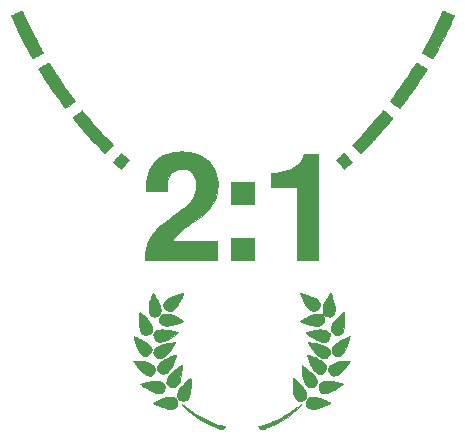
<source format=gbr>
G04 #@! TF.GenerationSoftware,KiCad,Pcbnew,5.1.5+dfsg1-2build2*
G04 #@! TF.CreationDate,2021-05-19T21:21:30-04:00*
G04 #@! TF.ProjectId,ocean_tile_wheat,6f636561-6e5f-4746-996c-655f77686561,rev?*
G04 #@! TF.SameCoordinates,Original*
G04 #@! TF.FileFunction,Legend,Top*
G04 #@! TF.FilePolarity,Positive*
%FSLAX46Y46*%
G04 Gerber Fmt 4.6, Leading zero omitted, Abs format (unit mm)*
G04 Created by KiCad (PCBNEW 5.1.5+dfsg1-2build2) date 2021-05-19 21:21:30*
%MOMM*%
%LPD*%
G04 APERTURE LIST*
%ADD10C,0.010000*%
G04 APERTURE END LIST*
D10*
G36*
X-4041396Y-17355099D02*
G01*
X-3994288Y-17385924D01*
X-3924786Y-17434683D01*
X-3838489Y-17497462D01*
X-3755846Y-17559127D01*
X-3384710Y-17829064D01*
X-3014364Y-18078931D01*
X-2648016Y-18307070D01*
X-2288869Y-18511824D01*
X-1940132Y-18691534D01*
X-1605009Y-18844544D01*
X-1286705Y-18969194D01*
X-988428Y-19063827D01*
X-730250Y-19123733D01*
X-639705Y-19140507D01*
X-560483Y-19155314D01*
X-505135Y-19165805D01*
X-492125Y-19168338D01*
X-452879Y-19192602D01*
X-441976Y-19237290D01*
X-458424Y-19292305D01*
X-501228Y-19347550D01*
X-510555Y-19355819D01*
X-563707Y-19393765D01*
X-627990Y-19430665D01*
X-689111Y-19459214D01*
X-732779Y-19472103D01*
X-738126Y-19472162D01*
X-761974Y-19464653D01*
X-817280Y-19445035D01*
X-895934Y-19416242D01*
X-989825Y-19381208D01*
X-994833Y-19379322D01*
X-1427820Y-19203428D01*
X-1849397Y-19006910D01*
X-2255174Y-18792545D01*
X-2640762Y-18563111D01*
X-3001773Y-18321384D01*
X-3333818Y-18070140D01*
X-3632507Y-17812156D01*
X-3893452Y-17550210D01*
X-3903638Y-17539033D01*
X-3967905Y-17466636D01*
X-4018956Y-17406030D01*
X-4051537Y-17363674D01*
X-4060513Y-17346124D01*
X-4041396Y-17355099D01*
G37*
X-4041396Y-17355099D02*
X-3994288Y-17385924D01*
X-3924786Y-17434683D01*
X-3838489Y-17497462D01*
X-3755846Y-17559127D01*
X-3384710Y-17829064D01*
X-3014364Y-18078931D01*
X-2648016Y-18307070D01*
X-2288869Y-18511824D01*
X-1940132Y-18691534D01*
X-1605009Y-18844544D01*
X-1286705Y-18969194D01*
X-988428Y-19063827D01*
X-730250Y-19123733D01*
X-639705Y-19140507D01*
X-560483Y-19155314D01*
X-505135Y-19165805D01*
X-492125Y-19168338D01*
X-452879Y-19192602D01*
X-441976Y-19237290D01*
X-458424Y-19292305D01*
X-501228Y-19347550D01*
X-510555Y-19355819D01*
X-563707Y-19393765D01*
X-627990Y-19430665D01*
X-689111Y-19459214D01*
X-732779Y-19472103D01*
X-738126Y-19472162D01*
X-761974Y-19464653D01*
X-817280Y-19445035D01*
X-895934Y-19416242D01*
X-989825Y-19381208D01*
X-994833Y-19379322D01*
X-1427820Y-19203428D01*
X-1849397Y-19006910D01*
X-2255174Y-18792545D01*
X-2640762Y-18563111D01*
X-3001773Y-18321384D01*
X-3333818Y-18070140D01*
X-3632507Y-17812156D01*
X-3893452Y-17550210D01*
X-3903638Y-17539033D01*
X-3967905Y-17466636D01*
X-4018956Y-17406030D01*
X-4051537Y-17363674D01*
X-4060513Y-17346124D01*
X-4041396Y-17355099D01*
G36*
X6016870Y-17362480D02*
G01*
X5979928Y-17405303D01*
X5921007Y-17468814D01*
X5844264Y-17548574D01*
X5753858Y-17640142D01*
X5713283Y-17680587D01*
X5364668Y-18001672D01*
X4988386Y-18299979D01*
X4581805Y-18577233D01*
X4142294Y-18835158D01*
X3667222Y-19075476D01*
X3397250Y-19197542D01*
X3278786Y-19248042D01*
X3154679Y-19299170D01*
X3031827Y-19348275D01*
X2917132Y-19392705D01*
X2817492Y-19429810D01*
X2739808Y-19456937D01*
X2690980Y-19471436D01*
X2680005Y-19473135D01*
X2649918Y-19463123D01*
X2596741Y-19437462D01*
X2549621Y-19411679D01*
X2461937Y-19346946D01*
X2407927Y-19274785D01*
X2391834Y-19209181D01*
X2398524Y-19188380D01*
X2423686Y-19172920D01*
X2474957Y-19160105D01*
X2559973Y-19147241D01*
X2571750Y-19145703D01*
X2812733Y-19100917D01*
X3078762Y-19026518D01*
X3366420Y-18924226D01*
X3672292Y-18795765D01*
X3992960Y-18642859D01*
X4325009Y-18467228D01*
X4665023Y-18270598D01*
X5009584Y-18054689D01*
X5355278Y-17821225D01*
X5698687Y-17571929D01*
X5711202Y-17562502D01*
X5809116Y-17489750D01*
X5895291Y-17427820D01*
X5964176Y-17380529D01*
X6010221Y-17351695D01*
X6027676Y-17344787D01*
X6016870Y-17362480D01*
G37*
X6016870Y-17362480D02*
X5979928Y-17405303D01*
X5921007Y-17468814D01*
X5844264Y-17548574D01*
X5753858Y-17640142D01*
X5713283Y-17680587D01*
X5364668Y-18001672D01*
X4988386Y-18299979D01*
X4581805Y-18577233D01*
X4142294Y-18835158D01*
X3667222Y-19075476D01*
X3397250Y-19197542D01*
X3278786Y-19248042D01*
X3154679Y-19299170D01*
X3031827Y-19348275D01*
X2917132Y-19392705D01*
X2817492Y-19429810D01*
X2739808Y-19456937D01*
X2690980Y-19471436D01*
X2680005Y-19473135D01*
X2649918Y-19463123D01*
X2596741Y-19437462D01*
X2549621Y-19411679D01*
X2461937Y-19346946D01*
X2407927Y-19274785D01*
X2391834Y-19209181D01*
X2398524Y-19188380D01*
X2423686Y-19172920D01*
X2474957Y-19160105D01*
X2559973Y-19147241D01*
X2571750Y-19145703D01*
X2812733Y-19100917D01*
X3078762Y-19026518D01*
X3366420Y-18924226D01*
X3672292Y-18795765D01*
X3992960Y-18642859D01*
X4325009Y-18467228D01*
X4665023Y-18270598D01*
X5009584Y-18054689D01*
X5355278Y-17821225D01*
X5698687Y-17571929D01*
X5711202Y-17562502D01*
X5809116Y-17489750D01*
X5895291Y-17427820D01*
X5964176Y-17380529D01*
X6010221Y-17351695D01*
X6027676Y-17344787D01*
X6016870Y-17362480D01*
G36*
X-4831485Y-16725378D02*
G01*
X-4690930Y-16775163D01*
X-4618306Y-16820524D01*
X-4546155Y-16891993D01*
X-4498730Y-16980806D01*
X-4473777Y-17093672D01*
X-4469040Y-17237306D01*
X-4469940Y-17262068D01*
X-4475453Y-17358411D01*
X-4483838Y-17424293D01*
X-4498021Y-17471586D01*
X-4520931Y-17512163D01*
X-4537053Y-17534274D01*
X-4620870Y-17616016D01*
X-4731799Y-17674208D01*
X-4874978Y-17711395D01*
X-4904441Y-17716035D01*
X-4994873Y-17728171D01*
X-5061721Y-17733279D01*
X-5123143Y-17731374D01*
X-5197298Y-17722472D01*
X-5238750Y-17716326D01*
X-5436559Y-17675468D01*
X-5662486Y-17609056D01*
X-5820833Y-17553318D01*
X-5904840Y-17520379D01*
X-6004028Y-17478917D01*
X-6111448Y-17432143D01*
X-6220151Y-17383269D01*
X-6323186Y-17335505D01*
X-6413605Y-17292063D01*
X-6484456Y-17256154D01*
X-6528792Y-17230988D01*
X-6540500Y-17220789D01*
X-6522272Y-17205555D01*
X-6472140Y-17176565D01*
X-6396929Y-17137152D01*
X-6303466Y-17090648D01*
X-6198577Y-17040385D01*
X-6089088Y-16989698D01*
X-5981827Y-16941918D01*
X-5887271Y-16901871D01*
X-5637460Y-16810389D01*
X-5404452Y-16746837D01*
X-5190770Y-16711377D01*
X-4998940Y-16704170D01*
X-4831485Y-16725378D01*
G37*
X-4831485Y-16725378D02*
X-4690930Y-16775163D01*
X-4618306Y-16820524D01*
X-4546155Y-16891993D01*
X-4498730Y-16980806D01*
X-4473777Y-17093672D01*
X-4469040Y-17237306D01*
X-4469940Y-17262068D01*
X-4475453Y-17358411D01*
X-4483838Y-17424293D01*
X-4498021Y-17471586D01*
X-4520931Y-17512163D01*
X-4537053Y-17534274D01*
X-4620870Y-17616016D01*
X-4731799Y-17674208D01*
X-4874978Y-17711395D01*
X-4904441Y-17716035D01*
X-4994873Y-17728171D01*
X-5061721Y-17733279D01*
X-5123143Y-17731374D01*
X-5197298Y-17722472D01*
X-5238750Y-17716326D01*
X-5436559Y-17675468D01*
X-5662486Y-17609056D01*
X-5820833Y-17553318D01*
X-5904840Y-17520379D01*
X-6004028Y-17478917D01*
X-6111448Y-17432143D01*
X-6220151Y-17383269D01*
X-6323186Y-17335505D01*
X-6413605Y-17292063D01*
X-6484456Y-17256154D01*
X-6528792Y-17230988D01*
X-6540500Y-17220789D01*
X-6522272Y-17205555D01*
X-6472140Y-17176565D01*
X-6396929Y-17137152D01*
X-6303466Y-17090648D01*
X-6198577Y-17040385D01*
X-6089088Y-16989698D01*
X-5981827Y-16941918D01*
X-5887271Y-16901871D01*
X-5637460Y-16810389D01*
X-5404452Y-16746837D01*
X-5190770Y-16711377D01*
X-4998940Y-16704170D01*
X-4831485Y-16725378D01*
G36*
X7027334Y-16711991D02*
G01*
X7150618Y-16714823D01*
X7258762Y-16723843D01*
X7362629Y-16741343D01*
X7473085Y-16769615D01*
X7600995Y-16810953D01*
X7747000Y-16863826D01*
X7843433Y-16901860D01*
X7954882Y-16949049D01*
X8072873Y-17001446D01*
X8188934Y-17055101D01*
X8294591Y-17106067D01*
X8381370Y-17150395D01*
X8440797Y-17184137D01*
X8454823Y-17193644D01*
X8478689Y-17214826D01*
X8475482Y-17231491D01*
X8440538Y-17253875D01*
X8423073Y-17263286D01*
X8161981Y-17393825D01*
X7905961Y-17504709D01*
X7659465Y-17594658D01*
X7426945Y-17662393D01*
X7212851Y-17706633D01*
X7021637Y-17726099D01*
X6857753Y-17719512D01*
X6843295Y-17717411D01*
X6728607Y-17689347D01*
X6623253Y-17645135D01*
X6539407Y-17590733D01*
X6499575Y-17549144D01*
X6450191Y-17448477D01*
X6422808Y-17324530D01*
X6417688Y-17190350D01*
X6435092Y-17058982D01*
X6475281Y-16943472D01*
X6486989Y-16921855D01*
X6536920Y-16854810D01*
X6604655Y-16802049D01*
X6662180Y-16770862D01*
X6718751Y-16744674D01*
X6768510Y-16727528D01*
X6822888Y-16717580D01*
X6893320Y-16712988D01*
X6991239Y-16711908D01*
X7027334Y-16711991D01*
G37*
X7027334Y-16711991D02*
X7150618Y-16714823D01*
X7258762Y-16723843D01*
X7362629Y-16741343D01*
X7473085Y-16769615D01*
X7600995Y-16810953D01*
X7747000Y-16863826D01*
X7843433Y-16901860D01*
X7954882Y-16949049D01*
X8072873Y-17001446D01*
X8188934Y-17055101D01*
X8294591Y-17106067D01*
X8381370Y-17150395D01*
X8440797Y-17184137D01*
X8454823Y-17193644D01*
X8478689Y-17214826D01*
X8475482Y-17231491D01*
X8440538Y-17253875D01*
X8423073Y-17263286D01*
X8161981Y-17393825D01*
X7905961Y-17504709D01*
X7659465Y-17594658D01*
X7426945Y-17662393D01*
X7212851Y-17706633D01*
X7021637Y-17726099D01*
X6857753Y-17719512D01*
X6843295Y-17717411D01*
X6728607Y-17689347D01*
X6623253Y-17645135D01*
X6539407Y-17590733D01*
X6499575Y-17549144D01*
X6450191Y-17448477D01*
X6422808Y-17324530D01*
X6417688Y-17190350D01*
X6435092Y-17058982D01*
X6475281Y-16943472D01*
X6486989Y-16921855D01*
X6536920Y-16854810D01*
X6604655Y-16802049D01*
X6662180Y-16770862D01*
X6718751Y-16744674D01*
X6768510Y-16727528D01*
X6822888Y-16717580D01*
X6893320Y-16712988D01*
X6991239Y-16711908D01*
X7027334Y-16711991D01*
G36*
X-3365286Y-15116773D02*
G01*
X-3358130Y-15126921D01*
X-3352568Y-15157258D01*
X-3347576Y-15223227D01*
X-3343420Y-15318129D01*
X-3340370Y-15435264D01*
X-3338693Y-15567933D01*
X-3338477Y-15618211D01*
X-3341338Y-15865963D01*
X-3351781Y-16077533D01*
X-3370930Y-16258578D01*
X-3399908Y-16414754D01*
X-3439839Y-16551717D01*
X-3491846Y-16675124D01*
X-3557052Y-16790630D01*
X-3577542Y-16821902D01*
X-3672306Y-16938306D01*
X-3774216Y-17013836D01*
X-3887265Y-17049837D01*
X-4015448Y-17047652D01*
X-4148135Y-17013775D01*
X-4267003Y-16959313D01*
X-4369391Y-16886387D01*
X-4447495Y-16802188D01*
X-4493516Y-16713908D01*
X-4499501Y-16689917D01*
X-4504642Y-16578874D01*
X-4485898Y-16447165D01*
X-4445896Y-16307128D01*
X-4390395Y-16177224D01*
X-4316507Y-16053255D01*
X-4213441Y-15911669D01*
X-4086943Y-15758774D01*
X-3942757Y-15600880D01*
X-3786630Y-15444296D01*
X-3624305Y-15295333D01*
X-3471707Y-15168290D01*
X-3416603Y-15127191D01*
X-3384102Y-15111101D01*
X-3365286Y-15116773D01*
G37*
X-3365286Y-15116773D02*
X-3358130Y-15126921D01*
X-3352568Y-15157258D01*
X-3347576Y-15223227D01*
X-3343420Y-15318129D01*
X-3340370Y-15435264D01*
X-3338693Y-15567933D01*
X-3338477Y-15618211D01*
X-3341338Y-15865963D01*
X-3351781Y-16077533D01*
X-3370930Y-16258578D01*
X-3399908Y-16414754D01*
X-3439839Y-16551717D01*
X-3491846Y-16675124D01*
X-3557052Y-16790630D01*
X-3577542Y-16821902D01*
X-3672306Y-16938306D01*
X-3774216Y-17013836D01*
X-3887265Y-17049837D01*
X-4015448Y-17047652D01*
X-4148135Y-17013775D01*
X-4267003Y-16959313D01*
X-4369391Y-16886387D01*
X-4447495Y-16802188D01*
X-4493516Y-16713908D01*
X-4499501Y-16689917D01*
X-4504642Y-16578874D01*
X-4485898Y-16447165D01*
X-4445896Y-16307128D01*
X-4390395Y-16177224D01*
X-4316507Y-16053255D01*
X-4213441Y-15911669D01*
X-4086943Y-15758774D01*
X-3942757Y-15600880D01*
X-3786630Y-15444296D01*
X-3624305Y-15295333D01*
X-3471707Y-15168290D01*
X-3416603Y-15127191D01*
X-3384102Y-15111101D01*
X-3365286Y-15116773D01*
G36*
X5342139Y-15105117D02*
G01*
X5391032Y-15136034D01*
X5459619Y-15190135D01*
X5543643Y-15263229D01*
X5638848Y-15351126D01*
X5740976Y-15449633D01*
X5845770Y-15554561D01*
X5948973Y-15661719D01*
X6046329Y-15766915D01*
X6133581Y-15865958D01*
X6206471Y-15954658D01*
X6260743Y-16028823D01*
X6263869Y-16033568D01*
X6350067Y-16185861D01*
X6412259Y-16338831D01*
X6449174Y-16485949D01*
X6459539Y-16620685D01*
X6442083Y-16736511D01*
X6413466Y-16801479D01*
X6351019Y-16872703D01*
X6258467Y-16940156D01*
X6147975Y-16997759D01*
X6031707Y-17039435D01*
X5921829Y-17059105D01*
X5896367Y-17059869D01*
X5834941Y-17050567D01*
X5763539Y-17028057D01*
X5746569Y-17020858D01*
X5647608Y-16954756D01*
X5555051Y-16851951D01*
X5472193Y-16717961D01*
X5402327Y-16558303D01*
X5348751Y-16378493D01*
X5340295Y-16340667D01*
X5327500Y-16271891D01*
X5317789Y-16197747D01*
X5310790Y-16111360D01*
X5306128Y-16005855D01*
X5303432Y-15874354D01*
X5302329Y-15709982D01*
X5302250Y-15638633D01*
X5302833Y-15493981D01*
X5304470Y-15363502D01*
X5306997Y-15253121D01*
X5310248Y-15168765D01*
X5314060Y-15116359D01*
X5317198Y-15101575D01*
X5342139Y-15105117D01*
G37*
X5342139Y-15105117D02*
X5391032Y-15136034D01*
X5459619Y-15190135D01*
X5543643Y-15263229D01*
X5638848Y-15351126D01*
X5740976Y-15449633D01*
X5845770Y-15554561D01*
X5948973Y-15661719D01*
X6046329Y-15766915D01*
X6133581Y-15865958D01*
X6206471Y-15954658D01*
X6260743Y-16028823D01*
X6263869Y-16033568D01*
X6350067Y-16185861D01*
X6412259Y-16338831D01*
X6449174Y-16485949D01*
X6459539Y-16620685D01*
X6442083Y-16736511D01*
X6413466Y-16801479D01*
X6351019Y-16872703D01*
X6258467Y-16940156D01*
X6147975Y-16997759D01*
X6031707Y-17039435D01*
X5921829Y-17059105D01*
X5896367Y-17059869D01*
X5834941Y-17050567D01*
X5763539Y-17028057D01*
X5746569Y-17020858D01*
X5647608Y-16954756D01*
X5555051Y-16851951D01*
X5472193Y-16717961D01*
X5402327Y-16558303D01*
X5348751Y-16378493D01*
X5340295Y-16340667D01*
X5327500Y-16271891D01*
X5317789Y-16197747D01*
X5310790Y-16111360D01*
X5306128Y-16005855D01*
X5303432Y-15874354D01*
X5302329Y-15709982D01*
X5302250Y-15638633D01*
X5302833Y-15493981D01*
X5304470Y-15363502D01*
X5306997Y-15253121D01*
X5310248Y-15168765D01*
X5314060Y-15116359D01*
X5317198Y-15101575D01*
X5342139Y-15105117D01*
G36*
X-6173405Y-15361353D02*
G01*
X-6030792Y-15378330D01*
X-5958416Y-15395428D01*
X-5811751Y-15450031D01*
X-5701307Y-15515488D01*
X-5621598Y-15595401D01*
X-5596544Y-15633153D01*
X-5568518Y-15685172D01*
X-5552662Y-15731425D01*
X-5546528Y-15786004D01*
X-5547670Y-15863000D01*
X-5549622Y-15903341D01*
X-5569523Y-16062112D01*
X-5611749Y-16187579D01*
X-5677895Y-16283351D01*
X-5740770Y-16335642D01*
X-5789967Y-16364195D01*
X-5840676Y-16381933D01*
X-5906170Y-16391931D01*
X-5999725Y-16397263D01*
X-6008080Y-16397555D01*
X-6143957Y-16395953D01*
X-6260125Y-16382400D01*
X-6301372Y-16372916D01*
X-6471970Y-16315793D01*
X-6651726Y-16236746D01*
X-6844712Y-16133506D01*
X-7054998Y-16003805D01*
X-7286657Y-15845373D01*
X-7414831Y-15752420D01*
X-7488310Y-15695878D01*
X-7544927Y-15647739D01*
X-7578466Y-15613608D01*
X-7584165Y-15599780D01*
X-7552864Y-15585086D01*
X-7487549Y-15563350D01*
X-7395570Y-15536543D01*
X-7284275Y-15506636D01*
X-7161014Y-15475599D01*
X-7033136Y-15445402D01*
X-6907990Y-15418016D01*
X-6900333Y-15416424D01*
X-6713930Y-15384628D01*
X-6524374Y-15364712D01*
X-6341066Y-15356883D01*
X-6173405Y-15361353D01*
G37*
X-6173405Y-15361353D02*
X-6030792Y-15378330D01*
X-5958416Y-15395428D01*
X-5811751Y-15450031D01*
X-5701307Y-15515488D01*
X-5621598Y-15595401D01*
X-5596544Y-15633153D01*
X-5568518Y-15685172D01*
X-5552662Y-15731425D01*
X-5546528Y-15786004D01*
X-5547670Y-15863000D01*
X-5549622Y-15903341D01*
X-5569523Y-16062112D01*
X-5611749Y-16187579D01*
X-5677895Y-16283351D01*
X-5740770Y-16335642D01*
X-5789967Y-16364195D01*
X-5840676Y-16381933D01*
X-5906170Y-16391931D01*
X-5999725Y-16397263D01*
X-6008080Y-16397555D01*
X-6143957Y-16395953D01*
X-6260125Y-16382400D01*
X-6301372Y-16372916D01*
X-6471970Y-16315793D01*
X-6651726Y-16236746D01*
X-6844712Y-16133506D01*
X-7054998Y-16003805D01*
X-7286657Y-15845373D01*
X-7414831Y-15752420D01*
X-7488310Y-15695878D01*
X-7544927Y-15647739D01*
X-7578466Y-15613608D01*
X-7584165Y-15599780D01*
X-7552864Y-15585086D01*
X-7487549Y-15563350D01*
X-7395570Y-15536543D01*
X-7284275Y-15506636D01*
X-7161014Y-15475599D01*
X-7033136Y-15445402D01*
X-6907990Y-15418016D01*
X-6900333Y-15416424D01*
X-6713930Y-15384628D01*
X-6524374Y-15364712D01*
X-6341066Y-15356883D01*
X-6173405Y-15361353D01*
G36*
X8534137Y-15365907D02*
G01*
X8772446Y-15400136D01*
X8875619Y-15420136D01*
X8996831Y-15446571D01*
X9125592Y-15476842D01*
X9251412Y-15508347D01*
X9363802Y-15538487D01*
X9452272Y-15564662D01*
X9493250Y-15578806D01*
X9556750Y-15603341D01*
X9472084Y-15676100D01*
X9386972Y-15743635D01*
X9274172Y-15825105D01*
X9143243Y-15914327D01*
X9003744Y-16005117D01*
X8865234Y-16091293D01*
X8737271Y-16166670D01*
X8629415Y-16225066D01*
X8604250Y-16237470D01*
X8408100Y-16319827D01*
X8222462Y-16375132D01*
X8051998Y-16402686D01*
X7901372Y-16401791D01*
X7775247Y-16371750D01*
X7757584Y-16364161D01*
X7654939Y-16299706D01*
X7583109Y-16211817D01*
X7546441Y-16130485D01*
X7504716Y-15966824D01*
X7499443Y-15818804D01*
X7529817Y-15688852D01*
X7595037Y-15579396D01*
X7694300Y-15492862D01*
X7770495Y-15452683D01*
X7936300Y-15395373D01*
X8114990Y-15362009D01*
X8312343Y-15352288D01*
X8534137Y-15365907D01*
G37*
X8534137Y-15365907D02*
X8772446Y-15400136D01*
X8875619Y-15420136D01*
X8996831Y-15446571D01*
X9125592Y-15476842D01*
X9251412Y-15508347D01*
X9363802Y-15538487D01*
X9452272Y-15564662D01*
X9493250Y-15578806D01*
X9556750Y-15603341D01*
X9472084Y-15676100D01*
X9386972Y-15743635D01*
X9274172Y-15825105D01*
X9143243Y-15914327D01*
X9003744Y-16005117D01*
X8865234Y-16091293D01*
X8737271Y-16166670D01*
X8629415Y-16225066D01*
X8604250Y-16237470D01*
X8408100Y-16319827D01*
X8222462Y-16375132D01*
X8051998Y-16402686D01*
X7901372Y-16401791D01*
X7775247Y-16371750D01*
X7757584Y-16364161D01*
X7654939Y-16299706D01*
X7583109Y-16211817D01*
X7546441Y-16130485D01*
X7504716Y-15966824D01*
X7499443Y-15818804D01*
X7529817Y-15688852D01*
X7595037Y-15579396D01*
X7694300Y-15492862D01*
X7770495Y-15452683D01*
X7936300Y-15395373D01*
X8114990Y-15362009D01*
X8312343Y-15352288D01*
X8534137Y-15365907D01*
G36*
X-4092418Y-14019193D02*
G01*
X-4089366Y-14044193D01*
X-4090249Y-14103697D01*
X-4094470Y-14190117D01*
X-4101429Y-14295869D01*
X-4110528Y-14413367D01*
X-4121168Y-14535022D01*
X-4132752Y-14653251D01*
X-4144680Y-14760466D01*
X-4156355Y-14849081D01*
X-4159505Y-14869584D01*
X-4210840Y-15123890D01*
X-4277678Y-15345621D01*
X-4359161Y-15533073D01*
X-4454430Y-15684542D01*
X-4562627Y-15798324D01*
X-4659630Y-15861929D01*
X-4761780Y-15902890D01*
X-4853842Y-15913700D01*
X-4953811Y-15895471D01*
X-4993659Y-15882555D01*
X-5138552Y-15815111D01*
X-5263011Y-15724297D01*
X-5295705Y-15692191D01*
X-5360025Y-15594399D01*
X-5388312Y-15478860D01*
X-5381464Y-15348513D01*
X-5340382Y-15206297D01*
X-5265967Y-15055152D01*
X-5159119Y-14898015D01*
X-5020739Y-14737827D01*
X-4995333Y-14711706D01*
X-4917916Y-14637298D01*
X-4824521Y-14553772D01*
X-4720154Y-14464968D01*
X-4609827Y-14374730D01*
X-4498546Y-14286898D01*
X-4391322Y-14205315D01*
X-4293162Y-14133821D01*
X-4209076Y-14076258D01*
X-4144072Y-14036468D01*
X-4103159Y-14018293D01*
X-4092418Y-14019193D01*
G37*
X-4092418Y-14019193D02*
X-4089366Y-14044193D01*
X-4090249Y-14103697D01*
X-4094470Y-14190117D01*
X-4101429Y-14295869D01*
X-4110528Y-14413367D01*
X-4121168Y-14535022D01*
X-4132752Y-14653251D01*
X-4144680Y-14760466D01*
X-4156355Y-14849081D01*
X-4159505Y-14869584D01*
X-4210840Y-15123890D01*
X-4277678Y-15345621D01*
X-4359161Y-15533073D01*
X-4454430Y-15684542D01*
X-4562627Y-15798324D01*
X-4659630Y-15861929D01*
X-4761780Y-15902890D01*
X-4853842Y-15913700D01*
X-4953811Y-15895471D01*
X-4993659Y-15882555D01*
X-5138552Y-15815111D01*
X-5263011Y-15724297D01*
X-5295705Y-15692191D01*
X-5360025Y-15594399D01*
X-5388312Y-15478860D01*
X-5381464Y-15348513D01*
X-5340382Y-15206297D01*
X-5265967Y-15055152D01*
X-5159119Y-14898015D01*
X-5020739Y-14737827D01*
X-4995333Y-14711706D01*
X-4917916Y-14637298D01*
X-4824521Y-14553772D01*
X-4720154Y-14464968D01*
X-4609827Y-14374730D01*
X-4498546Y-14286898D01*
X-4391322Y-14205315D01*
X-4293162Y-14133821D01*
X-4209076Y-14076258D01*
X-4144072Y-14036468D01*
X-4103159Y-14018293D01*
X-4092418Y-14019193D01*
G36*
X6076682Y-14023283D02*
G01*
X6266671Y-14144178D01*
X6455542Y-14280036D01*
X6637898Y-14425876D01*
X6808342Y-14576718D01*
X6961478Y-14727581D01*
X7091907Y-14873484D01*
X7194234Y-15009446D01*
X7252673Y-15108589D01*
X7293854Y-15195303D01*
X7318288Y-15262299D01*
X7330240Y-15326609D01*
X7333978Y-15405267D01*
X7334135Y-15433759D01*
X7332745Y-15519120D01*
X7325931Y-15576172D01*
X7309952Y-15618904D01*
X7281065Y-15661308D01*
X7269320Y-15676060D01*
X7176538Y-15765776D01*
X7063702Y-15836212D01*
X6940555Y-15884247D01*
X6816838Y-15906759D01*
X6702296Y-15900626D01*
X6635750Y-15879039D01*
X6514996Y-15799029D01*
X6407134Y-15679859D01*
X6312639Y-15522840D01*
X6231987Y-15329284D01*
X6165651Y-15100500D01*
X6114108Y-14837801D01*
X6077831Y-14542498D01*
X6060450Y-14290607D01*
X6055471Y-14175156D01*
X6053775Y-14096206D01*
X6055710Y-14048024D01*
X6061623Y-14024878D01*
X6071863Y-14021039D01*
X6076682Y-14023283D01*
G37*
X6076682Y-14023283D02*
X6266671Y-14144178D01*
X6455542Y-14280036D01*
X6637898Y-14425876D01*
X6808342Y-14576718D01*
X6961478Y-14727581D01*
X7091907Y-14873484D01*
X7194234Y-15009446D01*
X7252673Y-15108589D01*
X7293854Y-15195303D01*
X7318288Y-15262299D01*
X7330240Y-15326609D01*
X7333978Y-15405267D01*
X7334135Y-15433759D01*
X7332745Y-15519120D01*
X7325931Y-15576172D01*
X7309952Y-15618904D01*
X7281065Y-15661308D01*
X7269320Y-15676060D01*
X7176538Y-15765776D01*
X7063702Y-15836212D01*
X6940555Y-15884247D01*
X6816838Y-15906759D01*
X6702296Y-15900626D01*
X6635750Y-15879039D01*
X6514996Y-15799029D01*
X6407134Y-15679859D01*
X6312639Y-15522840D01*
X6231987Y-15329284D01*
X6165651Y-15100500D01*
X6114108Y-14837801D01*
X6077831Y-14542498D01*
X6060450Y-14290607D01*
X6055471Y-14175156D01*
X6053775Y-14096206D01*
X6055710Y-14048024D01*
X6061623Y-14024878D01*
X6071863Y-14021039D01*
X6076682Y-14023283D01*
G36*
X-7859981Y-13659095D02*
G01*
X-7560435Y-13678072D01*
X-7298480Y-13710289D01*
X-7071233Y-13756576D01*
X-6875809Y-13817765D01*
X-6709326Y-13894687D01*
X-6568900Y-13988173D01*
X-6496294Y-14052228D01*
X-6404206Y-14159090D01*
X-6351186Y-14264692D01*
X-6336374Y-14375120D01*
X-6358906Y-14496458D01*
X-6414651Y-14628423D01*
X-6498139Y-14760549D01*
X-6594195Y-14852499D01*
X-6704492Y-14904920D01*
X-6830705Y-14918457D01*
X-6974509Y-14893754D01*
X-7043875Y-14870904D01*
X-7165101Y-14812543D01*
X-7298429Y-14725567D01*
X-7433891Y-14617487D01*
X-7561520Y-14495814D01*
X-7606357Y-14447050D01*
X-7687993Y-14350783D01*
X-7780872Y-14235084D01*
X-7877519Y-14109851D01*
X-7970454Y-13984987D01*
X-8052202Y-13870391D01*
X-8115284Y-13775964D01*
X-8125051Y-13760290D01*
X-8195213Y-13645830D01*
X-7859981Y-13659095D01*
G37*
X-7859981Y-13659095D02*
X-7560435Y-13678072D01*
X-7298480Y-13710289D01*
X-7071233Y-13756576D01*
X-6875809Y-13817765D01*
X-6709326Y-13894687D01*
X-6568900Y-13988173D01*
X-6496294Y-14052228D01*
X-6404206Y-14159090D01*
X-6351186Y-14264692D01*
X-6336374Y-14375120D01*
X-6358906Y-14496458D01*
X-6414651Y-14628423D01*
X-6498139Y-14760549D01*
X-6594195Y-14852499D01*
X-6704492Y-14904920D01*
X-6830705Y-14918457D01*
X-6974509Y-14893754D01*
X-7043875Y-14870904D01*
X-7165101Y-14812543D01*
X-7298429Y-14725567D01*
X-7433891Y-14617487D01*
X-7561520Y-14495814D01*
X-7606357Y-14447050D01*
X-7687993Y-14350783D01*
X-7780872Y-14235084D01*
X-7877519Y-14109851D01*
X-7970454Y-13984987D01*
X-8052202Y-13870391D01*
X-8115284Y-13775964D01*
X-8125051Y-13760290D01*
X-8195213Y-13645830D01*
X-7859981Y-13659095D01*
G36*
X10091154Y-13652515D02*
G01*
X10132066Y-13657026D01*
X10138834Y-13661458D01*
X10126929Y-13686972D01*
X10094287Y-13739810D01*
X10045510Y-13813386D01*
X9985203Y-13901115D01*
X9917970Y-13996412D01*
X9848416Y-14092690D01*
X9781145Y-14183365D01*
X9720761Y-14261851D01*
X9706762Y-14279443D01*
X9543377Y-14467240D01*
X9380303Y-14624373D01*
X9219964Y-14749514D01*
X9064784Y-14841333D01*
X8917188Y-14898499D01*
X8779599Y-14919684D01*
X8654442Y-14903557D01*
X8603972Y-14884317D01*
X8510733Y-14819841D01*
X8425799Y-14717175D01*
X8349643Y-14578887D01*
X8305649Y-14442870D01*
X8302386Y-14313800D01*
X8338650Y-14192837D01*
X8413238Y-14081141D01*
X8524943Y-13979871D01*
X8672564Y-13890186D01*
X8854894Y-13813246D01*
X9070730Y-13750211D01*
X9248235Y-13713731D01*
X9337392Y-13700513D01*
X9445396Y-13688050D01*
X9565137Y-13676761D01*
X9689510Y-13667062D01*
X9811405Y-13659371D01*
X9923716Y-13654104D01*
X10019335Y-13651680D01*
X10091154Y-13652515D01*
G37*
X10091154Y-13652515D02*
X10132066Y-13657026D01*
X10138834Y-13661458D01*
X10126929Y-13686972D01*
X10094287Y-13739810D01*
X10045510Y-13813386D01*
X9985203Y-13901115D01*
X9917970Y-13996412D01*
X9848416Y-14092690D01*
X9781145Y-14183365D01*
X9720761Y-14261851D01*
X9706762Y-14279443D01*
X9543377Y-14467240D01*
X9380303Y-14624373D01*
X9219964Y-14749514D01*
X9064784Y-14841333D01*
X8917188Y-14898499D01*
X8779599Y-14919684D01*
X8654442Y-14903557D01*
X8603972Y-14884317D01*
X8510733Y-14819841D01*
X8425799Y-14717175D01*
X8349643Y-14578887D01*
X8305649Y-14442870D01*
X8302386Y-14313800D01*
X8338650Y-14192837D01*
X8413238Y-14081141D01*
X8524943Y-13979871D01*
X8672564Y-13890186D01*
X8854894Y-13813246D01*
X9070730Y-13750211D01*
X9248235Y-13713731D01*
X9337392Y-13700513D01*
X9445396Y-13688050D01*
X9565137Y-13676761D01*
X9689510Y-13667062D01*
X9811405Y-13659371D01*
X9923716Y-13654104D01*
X10019335Y-13651680D01*
X10091154Y-13652515D01*
G36*
X-4558966Y-13129312D02*
G01*
X-4560902Y-13153088D01*
X-4575461Y-13209265D01*
X-4600199Y-13290683D01*
X-4632675Y-13390179D01*
X-4670446Y-13500594D01*
X-4711072Y-13614765D01*
X-4752110Y-13725532D01*
X-4791119Y-13825733D01*
X-4820700Y-13896888D01*
X-4927559Y-14121496D01*
X-5037936Y-14309156D01*
X-5155188Y-14465252D01*
X-5216790Y-14532484D01*
X-5353974Y-14653121D01*
X-5487766Y-14731651D01*
X-5618382Y-14768141D01*
X-5746041Y-14762665D01*
X-5835843Y-14732958D01*
X-5916301Y-14684337D01*
X-6001156Y-14613824D01*
X-6078154Y-14533420D01*
X-6135045Y-14455125D01*
X-6150372Y-14424865D01*
X-6181743Y-14298144D01*
X-6171737Y-14169110D01*
X-6121187Y-14038676D01*
X-6030928Y-13907754D01*
X-5901791Y-13777256D01*
X-5734612Y-13648094D01*
X-5530222Y-13521181D01*
X-5289456Y-13397429D01*
X-5157097Y-13337632D01*
X-5041340Y-13289097D01*
X-4924182Y-13242873D01*
X-4812508Y-13201359D01*
X-4713204Y-13166953D01*
X-4633156Y-13142053D01*
X-4579251Y-13129057D01*
X-4558966Y-13129312D01*
G37*
X-4558966Y-13129312D02*
X-4560902Y-13153088D01*
X-4575461Y-13209265D01*
X-4600199Y-13290683D01*
X-4632675Y-13390179D01*
X-4670446Y-13500594D01*
X-4711072Y-13614765D01*
X-4752110Y-13725532D01*
X-4791119Y-13825733D01*
X-4820700Y-13896888D01*
X-4927559Y-14121496D01*
X-5037936Y-14309156D01*
X-5155188Y-14465252D01*
X-5216790Y-14532484D01*
X-5353974Y-14653121D01*
X-5487766Y-14731651D01*
X-5618382Y-14768141D01*
X-5746041Y-14762665D01*
X-5835843Y-14732958D01*
X-5916301Y-14684337D01*
X-6001156Y-14613824D01*
X-6078154Y-14533420D01*
X-6135045Y-14455125D01*
X-6150372Y-14424865D01*
X-6181743Y-14298144D01*
X-6171737Y-14169110D01*
X-6121187Y-14038676D01*
X-6030928Y-13907754D01*
X-5901791Y-13777256D01*
X-5734612Y-13648094D01*
X-5530222Y-13521181D01*
X-5289456Y-13397429D01*
X-5157097Y-13337632D01*
X-5041340Y-13289097D01*
X-4924182Y-13242873D01*
X-4812508Y-13201359D01*
X-4713204Y-13166953D01*
X-4633156Y-13142053D01*
X-4579251Y-13129057D01*
X-4558966Y-13129312D01*
G36*
X6616356Y-13143056D02*
G01*
X6703441Y-13171788D01*
X6810872Y-13212084D01*
X6932831Y-13261448D01*
X7063501Y-13317378D01*
X7197062Y-13377376D01*
X7327700Y-13438943D01*
X7449594Y-13499580D01*
X7556929Y-13556787D01*
X7643885Y-13608064D01*
X7654443Y-13614850D01*
X7793114Y-13717379D01*
X7915437Y-13831610D01*
X8016761Y-13951450D01*
X8092434Y-14070804D01*
X8137805Y-14183578D01*
X8149167Y-14263031D01*
X8129630Y-14367940D01*
X8073589Y-14478557D01*
X7984900Y-14587812D01*
X7957331Y-14614785D01*
X7835150Y-14709426D01*
X7714237Y-14762437D01*
X7592162Y-14774364D01*
X7466495Y-14745749D01*
X7433379Y-14731937D01*
X7349473Y-14681103D01*
X7253339Y-14602405D01*
X7153863Y-14504668D01*
X7059933Y-14396721D01*
X6980434Y-14287389D01*
X6971195Y-14272850D01*
X6919164Y-14182960D01*
X6860848Y-14072251D01*
X6805792Y-13959162D01*
X6784657Y-13912485D01*
X6745621Y-13818828D01*
X6703819Y-13710398D01*
X6661579Y-13594246D01*
X6621226Y-13477423D01*
X6585089Y-13366979D01*
X6555495Y-13269966D01*
X6534771Y-13193435D01*
X6525244Y-13144436D01*
X6526491Y-13130287D01*
X6555433Y-13128389D01*
X6616356Y-13143056D01*
G37*
X6616356Y-13143056D02*
X6703441Y-13171788D01*
X6810872Y-13212084D01*
X6932831Y-13261448D01*
X7063501Y-13317378D01*
X7197062Y-13377376D01*
X7327700Y-13438943D01*
X7449594Y-13499580D01*
X7556929Y-13556787D01*
X7643885Y-13608064D01*
X7654443Y-13614850D01*
X7793114Y-13717379D01*
X7915437Y-13831610D01*
X8016761Y-13951450D01*
X8092434Y-14070804D01*
X8137805Y-14183578D01*
X8149167Y-14263031D01*
X8129630Y-14367940D01*
X8073589Y-14478557D01*
X7984900Y-14587812D01*
X7957331Y-14614785D01*
X7835150Y-14709426D01*
X7714237Y-14762437D01*
X7592162Y-14774364D01*
X7466495Y-14745749D01*
X7433379Y-14731937D01*
X7349473Y-14681103D01*
X7253339Y-14602405D01*
X7153863Y-14504668D01*
X7059933Y-14396721D01*
X6980434Y-14287389D01*
X6971195Y-14272850D01*
X6919164Y-14182960D01*
X6860848Y-14072251D01*
X6805792Y-13959162D01*
X6784657Y-13912485D01*
X6745621Y-13818828D01*
X6703819Y-13710398D01*
X6661579Y-13594246D01*
X6621226Y-13477423D01*
X6585089Y-13366979D01*
X6555495Y-13269966D01*
X6534771Y-13193435D01*
X6525244Y-13144436D01*
X6526491Y-13130287D01*
X6555433Y-13128389D01*
X6616356Y-13143056D01*
G36*
X-4643365Y-12093063D02*
G01*
X-4641360Y-12094418D01*
X-4647263Y-12116237D01*
X-4673111Y-12166794D01*
X-4715000Y-12239848D01*
X-4769026Y-12329163D01*
X-4831284Y-12428499D01*
X-4897870Y-12531617D01*
X-4964879Y-12632279D01*
X-5028408Y-12724247D01*
X-5079766Y-12794939D01*
X-5234631Y-12984453D01*
X-5391067Y-13144299D01*
X-5546491Y-13272989D01*
X-5698317Y-13369038D01*
X-5843963Y-13430959D01*
X-5980844Y-13457263D01*
X-6106377Y-13446465D01*
X-6171581Y-13423271D01*
X-6259860Y-13363736D01*
X-6344015Y-13275355D01*
X-6416486Y-13169715D01*
X-6469713Y-13058404D01*
X-6496135Y-12953010D01*
X-6497702Y-12923386D01*
X-6476309Y-12801893D01*
X-6415079Y-12684886D01*
X-6316439Y-12574374D01*
X-6182813Y-12472370D01*
X-6016626Y-12380886D01*
X-5820302Y-12301932D01*
X-5705119Y-12265929D01*
X-5607599Y-12240689D01*
X-5490361Y-12214348D01*
X-5360078Y-12187981D01*
X-5223422Y-12162664D01*
X-5087068Y-12139473D01*
X-4957687Y-12119483D01*
X-4841953Y-12103772D01*
X-4746539Y-12093414D01*
X-4678119Y-12089485D01*
X-4643365Y-12093063D01*
G37*
X-4643365Y-12093063D02*
X-4641360Y-12094418D01*
X-4647263Y-12116237D01*
X-4673111Y-12166794D01*
X-4715000Y-12239848D01*
X-4769026Y-12329163D01*
X-4831284Y-12428499D01*
X-4897870Y-12531617D01*
X-4964879Y-12632279D01*
X-5028408Y-12724247D01*
X-5079766Y-12794939D01*
X-5234631Y-12984453D01*
X-5391067Y-13144299D01*
X-5546491Y-13272989D01*
X-5698317Y-13369038D01*
X-5843963Y-13430959D01*
X-5980844Y-13457263D01*
X-6106377Y-13446465D01*
X-6171581Y-13423271D01*
X-6259860Y-13363736D01*
X-6344015Y-13275355D01*
X-6416486Y-13169715D01*
X-6469713Y-13058404D01*
X-6496135Y-12953010D01*
X-6497702Y-12923386D01*
X-6476309Y-12801893D01*
X-6415079Y-12684886D01*
X-6316439Y-12574374D01*
X-6182813Y-12472370D01*
X-6016626Y-12380886D01*
X-5820302Y-12301932D01*
X-5705119Y-12265929D01*
X-5607599Y-12240689D01*
X-5490361Y-12214348D01*
X-5360078Y-12187981D01*
X-5223422Y-12162664D01*
X-5087068Y-12139473D01*
X-4957687Y-12119483D01*
X-4841953Y-12103772D01*
X-4746539Y-12093414D01*
X-4678119Y-12089485D01*
X-4643365Y-12093063D01*
G36*
X6678206Y-12093218D02*
G01*
X6760777Y-12101188D01*
X6864607Y-12113925D01*
X6982904Y-12130456D01*
X7108878Y-12149809D01*
X7235737Y-12171010D01*
X7356693Y-12193088D01*
X7464953Y-12215069D01*
X7510275Y-12225268D01*
X7746830Y-12291474D01*
X7953644Y-12371605D01*
X8128403Y-12464161D01*
X8268792Y-12567639D01*
X8372497Y-12680538D01*
X8437202Y-12801356D01*
X8447130Y-12833054D01*
X8453858Y-12930211D01*
X8430425Y-13041365D01*
X8381546Y-13156515D01*
X8311933Y-13265662D01*
X8226301Y-13358805D01*
X8183003Y-13393399D01*
X8082226Y-13440592D01*
X7962217Y-13456919D01*
X7833581Y-13441552D01*
X7778474Y-13425070D01*
X7634954Y-13362051D01*
X7495916Y-13275648D01*
X7358207Y-13162794D01*
X7218678Y-13020426D01*
X7074178Y-12845477D01*
X6921556Y-12634883D01*
X6837433Y-12509500D01*
X6769900Y-12403779D01*
X6708971Y-12303242D01*
X6658574Y-12214859D01*
X6622639Y-12145595D01*
X6605092Y-12102419D01*
X6604000Y-12095468D01*
X6623683Y-12090987D01*
X6678206Y-12093218D01*
G37*
X6678206Y-12093218D02*
X6760777Y-12101188D01*
X6864607Y-12113925D01*
X6982904Y-12130456D01*
X7108878Y-12149809D01*
X7235737Y-12171010D01*
X7356693Y-12193088D01*
X7464953Y-12215069D01*
X7510275Y-12225268D01*
X7746830Y-12291474D01*
X7953644Y-12371605D01*
X8128403Y-12464161D01*
X8268792Y-12567639D01*
X8372497Y-12680538D01*
X8437202Y-12801356D01*
X8447130Y-12833054D01*
X8453858Y-12930211D01*
X8430425Y-13041365D01*
X8381546Y-13156515D01*
X8311933Y-13265662D01*
X8226301Y-13358805D01*
X8183003Y-13393399D01*
X8082226Y-13440592D01*
X7962217Y-13456919D01*
X7833581Y-13441552D01*
X7778474Y-13425070D01*
X7634954Y-13362051D01*
X7495916Y-13275648D01*
X7358207Y-13162794D01*
X7218678Y-13020426D01*
X7074178Y-12845477D01*
X6921556Y-12634883D01*
X6837433Y-12509500D01*
X6769900Y-12403779D01*
X6708971Y-12303242D01*
X6658574Y-12214859D01*
X6622639Y-12145595D01*
X6605092Y-12102419D01*
X6604000Y-12095468D01*
X6623683Y-12090987D01*
X6678206Y-12093218D01*
G36*
X-8140095Y-11588497D02*
G01*
X-8085470Y-11606755D01*
X-8006225Y-11637080D01*
X-7909276Y-11676652D01*
X-7801538Y-11722648D01*
X-7689925Y-11772249D01*
X-7583063Y-11821818D01*
X-7346903Y-11944692D01*
X-7141840Y-12073402D01*
X-6969684Y-12206159D01*
X-6832247Y-12341174D01*
X-6731342Y-12476657D01*
X-6668778Y-12610818D01*
X-6646369Y-12741869D01*
X-6646333Y-12747169D01*
X-6654816Y-12845181D01*
X-6684045Y-12929479D01*
X-6739694Y-13011318D01*
X-6823071Y-13097862D01*
X-6940437Y-13194041D01*
X-7049796Y-13251437D01*
X-7156859Y-13271318D01*
X-7267335Y-13254949D01*
X-7360865Y-13217178D01*
X-7493723Y-13128311D01*
X-7619226Y-12997823D01*
X-7737332Y-12825792D01*
X-7848000Y-12612295D01*
X-7951189Y-12357407D01*
X-8046856Y-12061205D01*
X-8105886Y-11843002D01*
X-8129741Y-11746171D01*
X-8148463Y-11665561D01*
X-8160254Y-11609261D01*
X-8163319Y-11585358D01*
X-8163184Y-11585129D01*
X-8140095Y-11588497D01*
G37*
X-8140095Y-11588497D02*
X-8085470Y-11606755D01*
X-8006225Y-11637080D01*
X-7909276Y-11676652D01*
X-7801538Y-11722648D01*
X-7689925Y-11772249D01*
X-7583063Y-11821818D01*
X-7346903Y-11944692D01*
X-7141840Y-12073402D01*
X-6969684Y-12206159D01*
X-6832247Y-12341174D01*
X-6731342Y-12476657D01*
X-6668778Y-12610818D01*
X-6646369Y-12741869D01*
X-6646333Y-12747169D01*
X-6654816Y-12845181D01*
X-6684045Y-12929479D01*
X-6739694Y-13011318D01*
X-6823071Y-13097862D01*
X-6940437Y-13194041D01*
X-7049796Y-13251437D01*
X-7156859Y-13271318D01*
X-7267335Y-13254949D01*
X-7360865Y-13217178D01*
X-7493723Y-13128311D01*
X-7619226Y-12997823D01*
X-7737332Y-12825792D01*
X-7848000Y-12612295D01*
X-7951189Y-12357407D01*
X-8046856Y-12061205D01*
X-8105886Y-11843002D01*
X-8129741Y-11746171D01*
X-8148463Y-11665561D01*
X-8160254Y-11609261D01*
X-8163319Y-11585358D01*
X-8163184Y-11585129D01*
X-8140095Y-11588497D01*
G36*
X10106394Y-11667699D02*
G01*
X10088616Y-11751231D01*
X10059287Y-11864182D01*
X10021556Y-11996272D01*
X9978573Y-12137220D01*
X9933487Y-12276747D01*
X9889449Y-12404572D01*
X9849607Y-12510416D01*
X9843907Y-12524443D01*
X9763666Y-12704336D01*
X9683602Y-12851045D01*
X9598372Y-12973360D01*
X9511893Y-13070804D01*
X9388851Y-13177377D01*
X9269653Y-13242897D01*
X9151395Y-13268102D01*
X9031170Y-13253731D01*
X8936959Y-13216924D01*
X8822051Y-13142819D01*
X8723990Y-13047153D01*
X8649219Y-12938732D01*
X8604183Y-12826364D01*
X8593785Y-12747852D01*
X8611720Y-12643789D01*
X8663030Y-12527168D01*
X8743258Y-12404430D01*
X8847948Y-12282015D01*
X8972643Y-12166361D01*
X9024651Y-12125295D01*
X9108888Y-12068138D01*
X9223191Y-11999531D01*
X9358488Y-11924166D01*
X9505711Y-11846732D01*
X9655787Y-11771921D01*
X9799646Y-11704421D01*
X9928219Y-11648925D01*
X9997891Y-11622018D01*
X10121532Y-11577315D01*
X10106394Y-11667699D01*
G37*
X10106394Y-11667699D02*
X10088616Y-11751231D01*
X10059287Y-11864182D01*
X10021556Y-11996272D01*
X9978573Y-12137220D01*
X9933487Y-12276747D01*
X9889449Y-12404572D01*
X9849607Y-12510416D01*
X9843907Y-12524443D01*
X9763666Y-12704336D01*
X9683602Y-12851045D01*
X9598372Y-12973360D01*
X9511893Y-13070804D01*
X9388851Y-13177377D01*
X9269653Y-13242897D01*
X9151395Y-13268102D01*
X9031170Y-13253731D01*
X8936959Y-13216924D01*
X8822051Y-13142819D01*
X8723990Y-13047153D01*
X8649219Y-12938732D01*
X8604183Y-12826364D01*
X8593785Y-12747852D01*
X8611720Y-12643789D01*
X8663030Y-12527168D01*
X8743258Y-12404430D01*
X8847948Y-12282015D01*
X8972643Y-12166361D01*
X9024651Y-12125295D01*
X9108888Y-12068138D01*
X9223191Y-11999531D01*
X9358488Y-11924166D01*
X9505711Y-11846732D01*
X9655787Y-11771921D01*
X9799646Y-11704421D01*
X9928219Y-11648925D01*
X9997891Y-11622018D01*
X10121532Y-11577315D01*
X10106394Y-11667699D01*
G36*
X-5552783Y-11011355D02*
G01*
X-5377802Y-11024953D01*
X-5282529Y-11037700D01*
X-5185964Y-11054651D01*
X-5071251Y-11077617D01*
X-4946566Y-11104645D01*
X-4820087Y-11133779D01*
X-4699989Y-11163067D01*
X-4594452Y-11190554D01*
X-4511651Y-11214287D01*
X-4459763Y-11232311D01*
X-4451502Y-11236282D01*
X-4443922Y-11248313D01*
X-4455019Y-11269195D01*
X-4488500Y-11302440D01*
X-4548073Y-11351561D01*
X-4637446Y-11420070D01*
X-4676034Y-11448966D01*
X-4924654Y-11625223D01*
X-5157729Y-11771852D01*
X-5372987Y-11887625D01*
X-5568152Y-11971314D01*
X-5734412Y-12020313D01*
X-5845286Y-12036690D01*
X-5963887Y-12042127D01*
X-6076206Y-12036929D01*
X-6168233Y-12021404D01*
X-6201682Y-12010115D01*
X-6308523Y-11945045D01*
X-6388905Y-11852360D01*
X-6445070Y-11728672D01*
X-6475479Y-11596429D01*
X-6485687Y-11450735D01*
X-6464495Y-11330214D01*
X-6409585Y-11231128D01*
X-6318638Y-11149744D01*
X-6189334Y-11082326D01*
X-6145838Y-11065406D01*
X-6033925Y-11036279D01*
X-5891005Y-11017344D01*
X-5727237Y-11008927D01*
X-5552783Y-11011355D01*
G37*
X-5552783Y-11011355D02*
X-5377802Y-11024953D01*
X-5282529Y-11037700D01*
X-5185964Y-11054651D01*
X-5071251Y-11077617D01*
X-4946566Y-11104645D01*
X-4820087Y-11133779D01*
X-4699989Y-11163067D01*
X-4594452Y-11190554D01*
X-4511651Y-11214287D01*
X-4459763Y-11232311D01*
X-4451502Y-11236282D01*
X-4443922Y-11248313D01*
X-4455019Y-11269195D01*
X-4488500Y-11302440D01*
X-4548073Y-11351561D01*
X-4637446Y-11420070D01*
X-4676034Y-11448966D01*
X-4924654Y-11625223D01*
X-5157729Y-11771852D01*
X-5372987Y-11887625D01*
X-5568152Y-11971314D01*
X-5734412Y-12020313D01*
X-5845286Y-12036690D01*
X-5963887Y-12042127D01*
X-6076206Y-12036929D01*
X-6168233Y-12021404D01*
X-6201682Y-12010115D01*
X-6308523Y-11945045D01*
X-6388905Y-11852360D01*
X-6445070Y-11728672D01*
X-6475479Y-11596429D01*
X-6485687Y-11450735D01*
X-6464495Y-11330214D01*
X-6409585Y-11231128D01*
X-6318638Y-11149744D01*
X-6189334Y-11082326D01*
X-6145838Y-11065406D01*
X-6033925Y-11036279D01*
X-5891005Y-11017344D01*
X-5727237Y-11008927D01*
X-5552783Y-11011355D01*
G36*
X7773322Y-11010906D02*
G01*
X7937668Y-11026435D01*
X8073637Y-11055409D01*
X8114894Y-11069446D01*
X8233205Y-11128432D01*
X8331342Y-11203319D01*
X8400888Y-11286799D01*
X8425901Y-11339499D01*
X8443046Y-11441537D01*
X8437693Y-11560907D01*
X8412985Y-11685122D01*
X8372062Y-11801697D01*
X8318068Y-11898145D01*
X8272693Y-11948259D01*
X8177378Y-12002997D01*
X8052952Y-12034736D01*
X7906203Y-12042908D01*
X7743921Y-12026946D01*
X7628185Y-12002025D01*
X7536432Y-11972968D01*
X7427894Y-11931245D01*
X7322783Y-11884766D01*
X7300101Y-11873676D01*
X7202145Y-11821273D01*
X7091766Y-11756635D01*
X6974341Y-11683522D01*
X6855244Y-11605692D01*
X6739854Y-11526903D01*
X6633545Y-11450914D01*
X6541695Y-11381483D01*
X6469679Y-11322369D01*
X6422874Y-11277330D01*
X6406655Y-11250125D01*
X6406769Y-11249158D01*
X6428399Y-11234888D01*
X6484796Y-11214155D01*
X6569195Y-11188688D01*
X6674830Y-11160218D01*
X6794936Y-11130477D01*
X6922747Y-11101194D01*
X7051499Y-11074100D01*
X7174425Y-11050927D01*
X7196667Y-11047092D01*
X7394157Y-11021023D01*
X7589263Y-11009031D01*
X7773322Y-11010906D01*
G37*
X7773322Y-11010906D02*
X7937668Y-11026435D01*
X8073637Y-11055409D01*
X8114894Y-11069446D01*
X8233205Y-11128432D01*
X8331342Y-11203319D01*
X8400888Y-11286799D01*
X8425901Y-11339499D01*
X8443046Y-11441537D01*
X8437693Y-11560907D01*
X8412985Y-11685122D01*
X8372062Y-11801697D01*
X8318068Y-11898145D01*
X8272693Y-11948259D01*
X8177378Y-12002997D01*
X8052952Y-12034736D01*
X7906203Y-12042908D01*
X7743921Y-12026946D01*
X7628185Y-12002025D01*
X7536432Y-11972968D01*
X7427894Y-11931245D01*
X7322783Y-11884766D01*
X7300101Y-11873676D01*
X7202145Y-11821273D01*
X7091766Y-11756635D01*
X6974341Y-11683522D01*
X6855244Y-11605692D01*
X6739854Y-11526903D01*
X6633545Y-11450914D01*
X6541695Y-11381483D01*
X6469679Y-11322369D01*
X6422874Y-11277330D01*
X6406655Y-11250125D01*
X6406769Y-11249158D01*
X6428399Y-11234888D01*
X6484796Y-11214155D01*
X6569195Y-11188688D01*
X6674830Y-11160218D01*
X6794936Y-11130477D01*
X6922747Y-11101194D01*
X7051499Y-11074100D01*
X7174425Y-11050927D01*
X7196667Y-11047092D01*
X7394157Y-11021023D01*
X7589263Y-11009031D01*
X7773322Y-11010906D01*
G36*
X-7630206Y-9535594D02*
G01*
X-7584784Y-9570328D01*
X-7518533Y-9627852D01*
X-7435687Y-9704284D01*
X-7340482Y-9795741D01*
X-7237153Y-9898341D01*
X-7158370Y-9978722D01*
X-6988120Y-10163913D01*
X-6852642Y-10333296D01*
X-6749473Y-10491205D01*
X-6676149Y-10641972D01*
X-6630207Y-10789929D01*
X-6609184Y-10939409D01*
X-6608842Y-10945199D01*
X-6606100Y-11037568D01*
X-6611780Y-11103478D01*
X-6628087Y-11158343D01*
X-6644303Y-11193187D01*
X-6711718Y-11285118D01*
X-6812871Y-11360144D01*
X-6950876Y-11420453D01*
X-6981938Y-11430558D01*
X-7087055Y-11458777D01*
X-7170135Y-11468687D01*
X-7246844Y-11461233D01*
X-7294399Y-11449380D01*
X-7358813Y-11414846D01*
X-7430908Y-11351217D01*
X-7501773Y-11268346D01*
X-7562496Y-11176084D01*
X-7588714Y-11124065D01*
X-7634229Y-11003672D01*
X-7667859Y-10871906D01*
X-7690714Y-10721310D01*
X-7703904Y-10544426D01*
X-7708539Y-10333798D01*
X-7708570Y-10318750D01*
X-7707125Y-10194148D01*
X-7702894Y-10062317D01*
X-7696411Y-9930524D01*
X-7688207Y-9806035D01*
X-7678817Y-9696118D01*
X-7668773Y-9608040D01*
X-7658607Y-9549066D01*
X-7650562Y-9527532D01*
X-7630206Y-9535594D01*
G37*
X-7630206Y-9535594D02*
X-7584784Y-9570328D01*
X-7518533Y-9627852D01*
X-7435687Y-9704284D01*
X-7340482Y-9795741D01*
X-7237153Y-9898341D01*
X-7158370Y-9978722D01*
X-6988120Y-10163913D01*
X-6852642Y-10333296D01*
X-6749473Y-10491205D01*
X-6676149Y-10641972D01*
X-6630207Y-10789929D01*
X-6609184Y-10939409D01*
X-6608842Y-10945199D01*
X-6606100Y-11037568D01*
X-6611780Y-11103478D01*
X-6628087Y-11158343D01*
X-6644303Y-11193187D01*
X-6711718Y-11285118D01*
X-6812871Y-11360144D01*
X-6950876Y-11420453D01*
X-6981938Y-11430558D01*
X-7087055Y-11458777D01*
X-7170135Y-11468687D01*
X-7246844Y-11461233D01*
X-7294399Y-11449380D01*
X-7358813Y-11414846D01*
X-7430908Y-11351217D01*
X-7501773Y-11268346D01*
X-7562496Y-11176084D01*
X-7588714Y-11124065D01*
X-7634229Y-11003672D01*
X-7667859Y-10871906D01*
X-7690714Y-10721310D01*
X-7703904Y-10544426D01*
X-7708539Y-10333798D01*
X-7708570Y-10318750D01*
X-7707125Y-10194148D01*
X-7702894Y-10062317D01*
X-7696411Y-9930524D01*
X-7688207Y-9806035D01*
X-7678817Y-9696118D01*
X-7668773Y-9608040D01*
X-7658607Y-9549066D01*
X-7650562Y-9527532D01*
X-7630206Y-9535594D01*
G36*
X9610640Y-9548914D02*
G01*
X9611350Y-9550012D01*
X9620707Y-9585546D01*
X9630826Y-9655340D01*
X9641084Y-9751343D01*
X9650862Y-9865505D01*
X9659539Y-9989774D01*
X9666493Y-10116099D01*
X9671104Y-10236430D01*
X9672752Y-10342716D01*
X9672748Y-10346361D01*
X9662430Y-10596588D01*
X9633122Y-10818455D01*
X9585824Y-11010416D01*
X9521534Y-11170924D01*
X9441255Y-11298433D01*
X9345984Y-11391394D01*
X9236723Y-11448262D01*
X9114471Y-11467488D01*
X8980228Y-11447527D01*
X8964084Y-11442655D01*
X8806561Y-11378817D01*
X8687837Y-11298696D01*
X8607046Y-11200810D01*
X8563324Y-11083677D01*
X8555808Y-10945814D01*
X8582853Y-10788718D01*
X8649040Y-10605456D01*
X8754653Y-10413079D01*
X8900025Y-10211141D01*
X9085487Y-9999197D01*
X9311373Y-9776803D01*
X9396349Y-9699701D01*
X9487053Y-9621161D01*
X9551145Y-9571143D01*
X9591412Y-9547707D01*
X9610640Y-9548914D01*
G37*
X9610640Y-9548914D02*
X9611350Y-9550012D01*
X9620707Y-9585546D01*
X9630826Y-9655340D01*
X9641084Y-9751343D01*
X9650862Y-9865505D01*
X9659539Y-9989774D01*
X9666493Y-10116099D01*
X9671104Y-10236430D01*
X9672752Y-10342716D01*
X9672748Y-10346361D01*
X9662430Y-10596588D01*
X9633122Y-10818455D01*
X9585824Y-11010416D01*
X9521534Y-11170924D01*
X9441255Y-11298433D01*
X9345984Y-11391394D01*
X9236723Y-11448262D01*
X9114471Y-11467488D01*
X8980228Y-11447527D01*
X8964084Y-11442655D01*
X8806561Y-11378817D01*
X8687837Y-11298696D01*
X8607046Y-11200810D01*
X8563324Y-11083677D01*
X8555808Y-10945814D01*
X8582853Y-10788718D01*
X8649040Y-10605456D01*
X8754653Y-10413079D01*
X8900025Y-10211141D01*
X9085487Y-9999197D01*
X9311373Y-9776803D01*
X9396349Y-9699701D01*
X9487053Y-9621161D01*
X9551145Y-9571143D01*
X9591412Y-9547707D01*
X9610640Y-9548914D01*
G36*
X-5315324Y-9677296D02*
G01*
X-5105632Y-9720268D01*
X-4873903Y-9794502D01*
X-4621396Y-9899676D01*
X-4349368Y-10035470D01*
X-4108182Y-10172080D01*
X-4028383Y-10220580D01*
X-3980486Y-10253380D01*
X-3959385Y-10275335D01*
X-3959973Y-10291302D01*
X-3971416Y-10302151D01*
X-4009026Y-10322455D01*
X-4078266Y-10353408D01*
X-4170777Y-10391769D01*
X-4278199Y-10434295D01*
X-4392175Y-10477746D01*
X-4504343Y-10518878D01*
X-4606346Y-10554450D01*
X-4689823Y-10581220D01*
X-4694868Y-10582713D01*
X-4901681Y-10634792D01*
X-5105981Y-10669921D01*
X-5299051Y-10687308D01*
X-5472173Y-10686165D01*
X-5614787Y-10666136D01*
X-5759584Y-10615112D01*
X-5870773Y-10538428D01*
X-5948085Y-10436511D01*
X-5991253Y-10309792D01*
X-6000007Y-10158698D01*
X-5990332Y-10067127D01*
X-5962671Y-9941953D01*
X-5921064Y-9849334D01*
X-5860364Y-9780415D01*
X-5799607Y-9739176D01*
X-5663569Y-9686429D01*
X-5501722Y-9665909D01*
X-5315324Y-9677296D01*
G37*
X-5315324Y-9677296D02*
X-5105632Y-9720268D01*
X-4873903Y-9794502D01*
X-4621396Y-9899676D01*
X-4349368Y-10035470D01*
X-4108182Y-10172080D01*
X-4028383Y-10220580D01*
X-3980486Y-10253380D01*
X-3959385Y-10275335D01*
X-3959973Y-10291302D01*
X-3971416Y-10302151D01*
X-4009026Y-10322455D01*
X-4078266Y-10353408D01*
X-4170777Y-10391769D01*
X-4278199Y-10434295D01*
X-4392175Y-10477746D01*
X-4504343Y-10518878D01*
X-4606346Y-10554450D01*
X-4689823Y-10581220D01*
X-4694868Y-10582713D01*
X-4901681Y-10634792D01*
X-5105981Y-10669921D01*
X-5299051Y-10687308D01*
X-5472173Y-10686165D01*
X-5614787Y-10666136D01*
X-5759584Y-10615112D01*
X-5870773Y-10538428D01*
X-5948085Y-10436511D01*
X-5991253Y-10309792D01*
X-6000007Y-10158698D01*
X-5990332Y-10067127D01*
X-5962671Y-9941953D01*
X-5921064Y-9849334D01*
X-5860364Y-9780415D01*
X-5799607Y-9739176D01*
X-5663569Y-9686429D01*
X-5501722Y-9665909D01*
X-5315324Y-9677296D01*
G36*
X7603556Y-9680918D02*
G01*
X7723558Y-9715062D01*
X7747124Y-9726148D01*
X7829813Y-9791408D01*
X7894412Y-9887463D01*
X7938468Y-10005769D01*
X7959528Y-10137782D01*
X7955141Y-10274957D01*
X7933682Y-10376065D01*
X7892959Y-10454558D01*
X7823577Y-10533157D01*
X7737625Y-10600487D01*
X7648078Y-10644873D01*
X7571876Y-10661677D01*
X7465717Y-10673388D01*
X7341694Y-10679790D01*
X7211901Y-10680665D01*
X7088431Y-10675797D01*
X6983379Y-10664969D01*
X6942667Y-10657507D01*
X6843457Y-10632715D01*
X6726898Y-10599381D01*
X6599146Y-10559716D01*
X6466360Y-10515933D01*
X6334694Y-10470243D01*
X6210307Y-10424858D01*
X6099354Y-10381992D01*
X6007993Y-10343854D01*
X5942379Y-10312659D01*
X5908671Y-10290617D01*
X5905500Y-10284863D01*
X5923876Y-10262093D01*
X5975150Y-10225093D01*
X6053543Y-10176839D01*
X6153274Y-10120307D01*
X6268565Y-10058476D01*
X6393634Y-9994322D01*
X6522702Y-9930822D01*
X6649989Y-9870952D01*
X6769716Y-9817690D01*
X6876103Y-9774013D01*
X6948229Y-9747804D01*
X7121097Y-9701031D01*
X7293695Y-9674136D01*
X7457392Y-9667353D01*
X7603556Y-9680918D01*
G37*
X7603556Y-9680918D02*
X7723558Y-9715062D01*
X7747124Y-9726148D01*
X7829813Y-9791408D01*
X7894412Y-9887463D01*
X7938468Y-10005769D01*
X7959528Y-10137782D01*
X7955141Y-10274957D01*
X7933682Y-10376065D01*
X7892959Y-10454558D01*
X7823577Y-10533157D01*
X7737625Y-10600487D01*
X7648078Y-10644873D01*
X7571876Y-10661677D01*
X7465717Y-10673388D01*
X7341694Y-10679790D01*
X7211901Y-10680665D01*
X7088431Y-10675797D01*
X6983379Y-10664969D01*
X6942667Y-10657507D01*
X6843457Y-10632715D01*
X6726898Y-10599381D01*
X6599146Y-10559716D01*
X6466360Y-10515933D01*
X6334694Y-10470243D01*
X6210307Y-10424858D01*
X6099354Y-10381992D01*
X6007993Y-10343854D01*
X5942379Y-10312659D01*
X5908671Y-10290617D01*
X5905500Y-10284863D01*
X5923876Y-10262093D01*
X5975150Y-10225093D01*
X6053543Y-10176839D01*
X6153274Y-10120307D01*
X6268565Y-10058476D01*
X6393634Y-9994322D01*
X6522702Y-9930822D01*
X6649989Y-9870952D01*
X6769716Y-9817690D01*
X6876103Y-9774013D01*
X6948229Y-9747804D01*
X7121097Y-9701031D01*
X7293695Y-9674136D01*
X7457392Y-9667353D01*
X7603556Y-9680918D01*
G36*
X-6523022Y-7912850D02*
G01*
X-6487608Y-7961000D01*
X-6439263Y-8033461D01*
X-6381867Y-8123923D01*
X-6319303Y-8226074D01*
X-6255451Y-8333604D01*
X-6194191Y-8440204D01*
X-6139406Y-8539562D01*
X-6105303Y-8604739D01*
X-6009150Y-8811067D01*
X-5941828Y-8996238D01*
X-5901131Y-9167887D01*
X-5884856Y-9333646D01*
X-5884333Y-9369825D01*
X-5894047Y-9527640D01*
X-5924571Y-9652083D01*
X-5977983Y-9747743D01*
X-6056358Y-9819212D01*
X-6098781Y-9843919D01*
X-6188311Y-9876470D01*
X-6301695Y-9899333D01*
X-6421066Y-9909978D01*
X-6528554Y-9905873D01*
X-6532462Y-9905351D01*
X-6648672Y-9869827D01*
X-6743536Y-9799816D01*
X-6816660Y-9697615D01*
X-6867646Y-9565526D01*
X-6896099Y-9405846D01*
X-6901622Y-9220876D01*
X-6883819Y-9012913D01*
X-6842294Y-8784258D01*
X-6776651Y-8537209D01*
X-6771254Y-8519648D01*
X-6734903Y-8405897D01*
X-6695617Y-8288904D01*
X-6655938Y-8175576D01*
X-6618404Y-8072821D01*
X-6585558Y-7987546D01*
X-6559939Y-7926658D01*
X-6544088Y-7897063D01*
X-6541624Y-7895320D01*
X-6523022Y-7912850D01*
G37*
X-6523022Y-7912850D02*
X-6487608Y-7961000D01*
X-6439263Y-8033461D01*
X-6381867Y-8123923D01*
X-6319303Y-8226074D01*
X-6255451Y-8333604D01*
X-6194191Y-8440204D01*
X-6139406Y-8539562D01*
X-6105303Y-8604739D01*
X-6009150Y-8811067D01*
X-5941828Y-8996238D01*
X-5901131Y-9167887D01*
X-5884856Y-9333646D01*
X-5884333Y-9369825D01*
X-5894047Y-9527640D01*
X-5924571Y-9652083D01*
X-5977983Y-9747743D01*
X-6056358Y-9819212D01*
X-6098781Y-9843919D01*
X-6188311Y-9876470D01*
X-6301695Y-9899333D01*
X-6421066Y-9909978D01*
X-6528554Y-9905873D01*
X-6532462Y-9905351D01*
X-6648672Y-9869827D01*
X-6743536Y-9799816D01*
X-6816660Y-9697615D01*
X-6867646Y-9565526D01*
X-6896099Y-9405846D01*
X-6901622Y-9220876D01*
X-6883819Y-9012913D01*
X-6842294Y-8784258D01*
X-6776651Y-8537209D01*
X-6771254Y-8519648D01*
X-6734903Y-8405897D01*
X-6695617Y-8288904D01*
X-6655938Y-8175576D01*
X-6618404Y-8072821D01*
X-6585558Y-7987546D01*
X-6559939Y-7926658D01*
X-6544088Y-7897063D01*
X-6541624Y-7895320D01*
X-6523022Y-7912850D01*
G36*
X8540048Y-7970347D02*
G01*
X8560048Y-8021796D01*
X8589710Y-8102923D01*
X8625277Y-8203257D01*
X8662995Y-8312325D01*
X8669111Y-8330278D01*
X8756076Y-8608213D01*
X8817313Y-8855789D01*
X8853244Y-9075938D01*
X8864292Y-9271592D01*
X8850880Y-9445682D01*
X8838936Y-9509150D01*
X8791998Y-9660327D01*
X8725338Y-9774619D01*
X8636605Y-9853678D01*
X8523453Y-9899156D01*
X8383531Y-9912705D01*
X8276167Y-9905058D01*
X8141669Y-9878031D01*
X8037051Y-9831504D01*
X7952616Y-9760996D01*
X7944226Y-9751677D01*
X7880725Y-9648215D01*
X7845172Y-9517237D01*
X7837116Y-9362620D01*
X7856103Y-9188240D01*
X7901683Y-8997974D01*
X7973401Y-8795698D01*
X8070808Y-8585290D01*
X8083017Y-8561917D01*
X8139276Y-8459220D01*
X8205407Y-8344436D01*
X8275689Y-8226923D01*
X8344401Y-8116039D01*
X8405821Y-8021139D01*
X8454227Y-7951583D01*
X8464138Y-7938597D01*
X8504927Y-7886778D01*
X8540048Y-7970347D01*
G37*
X8540048Y-7970347D02*
X8560048Y-8021796D01*
X8589710Y-8102923D01*
X8625277Y-8203257D01*
X8662995Y-8312325D01*
X8669111Y-8330278D01*
X8756076Y-8608213D01*
X8817313Y-8855789D01*
X8853244Y-9075938D01*
X8864292Y-9271592D01*
X8850880Y-9445682D01*
X8838936Y-9509150D01*
X8791998Y-9660327D01*
X8725338Y-9774619D01*
X8636605Y-9853678D01*
X8523453Y-9899156D01*
X8383531Y-9912705D01*
X8276167Y-9905058D01*
X8141669Y-9878031D01*
X8037051Y-9831504D01*
X7952616Y-9760996D01*
X7944226Y-9751677D01*
X7880725Y-9648215D01*
X7845172Y-9517237D01*
X7837116Y-9362620D01*
X7856103Y-9188240D01*
X7901683Y-8997974D01*
X7973401Y-8795698D01*
X8070808Y-8585290D01*
X8083017Y-8561917D01*
X8139276Y-8459220D01*
X8205407Y-8344436D01*
X8275689Y-8226923D01*
X8344401Y-8116039D01*
X8405821Y-8021139D01*
X8454227Y-7951583D01*
X8464138Y-7938597D01*
X8504927Y-7886778D01*
X8540048Y-7970347D01*
G36*
X-3979333Y-7945638D02*
G01*
X-3989178Y-7993717D01*
X-4016568Y-8072004D01*
X-4058288Y-8173815D01*
X-4111123Y-8292466D01*
X-4171856Y-8421273D01*
X-4237273Y-8553550D01*
X-4304157Y-8682613D01*
X-4369294Y-8801779D01*
X-4429467Y-8904361D01*
X-4472634Y-8971103D01*
X-4596798Y-9129632D01*
X-4728003Y-9257621D01*
X-4862773Y-9353355D01*
X-4997635Y-9415117D01*
X-5129115Y-9441193D01*
X-5253737Y-9429867D01*
X-5336823Y-9397825D01*
X-5409057Y-9346798D01*
X-5487497Y-9271441D01*
X-5559603Y-9185385D01*
X-5612837Y-9102256D01*
X-5617585Y-9092655D01*
X-5646352Y-8989562D01*
X-5647294Y-8872491D01*
X-5620880Y-8758956D01*
X-5607863Y-8728557D01*
X-5539439Y-8624604D01*
X-5436248Y-8518108D01*
X-5305047Y-8414760D01*
X-5152594Y-8320253D01*
X-5076731Y-8281095D01*
X-4974633Y-8234975D01*
X-4855763Y-8186774D01*
X-4725874Y-8138251D01*
X-4590716Y-8091163D01*
X-4456042Y-8047269D01*
X-4327601Y-8008326D01*
X-4211147Y-7976093D01*
X-4112429Y-7952327D01*
X-4037199Y-7938787D01*
X-3991210Y-7937231D01*
X-3979333Y-7945638D01*
G37*
X-3979333Y-7945638D02*
X-3989178Y-7993717D01*
X-4016568Y-8072004D01*
X-4058288Y-8173815D01*
X-4111123Y-8292466D01*
X-4171856Y-8421273D01*
X-4237273Y-8553550D01*
X-4304157Y-8682613D01*
X-4369294Y-8801779D01*
X-4429467Y-8904361D01*
X-4472634Y-8971103D01*
X-4596798Y-9129632D01*
X-4728003Y-9257621D01*
X-4862773Y-9353355D01*
X-4997635Y-9415117D01*
X-5129115Y-9441193D01*
X-5253737Y-9429867D01*
X-5336823Y-9397825D01*
X-5409057Y-9346798D01*
X-5487497Y-9271441D01*
X-5559603Y-9185385D01*
X-5612837Y-9102256D01*
X-5617585Y-9092655D01*
X-5646352Y-8989562D01*
X-5647294Y-8872491D01*
X-5620880Y-8758956D01*
X-5607863Y-8728557D01*
X-5539439Y-8624604D01*
X-5436248Y-8518108D01*
X-5305047Y-8414760D01*
X-5152594Y-8320253D01*
X-5076731Y-8281095D01*
X-4974633Y-8234975D01*
X-4855763Y-8186774D01*
X-4725874Y-8138251D01*
X-4590716Y-8091163D01*
X-4456042Y-8047269D01*
X-4327601Y-8008326D01*
X-4211147Y-7976093D01*
X-4112429Y-7952327D01*
X-4037199Y-7938787D01*
X-3991210Y-7937231D01*
X-3979333Y-7945638D01*
G36*
X5954016Y-7927941D02*
G01*
X6010666Y-7939431D01*
X6092722Y-7959220D01*
X6192652Y-7985249D01*
X6302922Y-8015459D01*
X6415999Y-8047792D01*
X6524351Y-8080190D01*
X6620445Y-8110595D01*
X6689145Y-8134162D01*
X6939274Y-8234741D01*
X7148546Y-8340219D01*
X7318238Y-8451404D01*
X7449628Y-8569109D01*
X7525775Y-8665106D01*
X7590812Y-8787927D01*
X7616539Y-8904400D01*
X7602467Y-9018464D01*
X7548105Y-9134062D01*
X7452966Y-9255136D01*
X7452499Y-9255641D01*
X7364338Y-9342641D01*
X7285714Y-9398494D01*
X7205304Y-9428892D01*
X7111787Y-9439526D01*
X7086222Y-9439769D01*
X6999162Y-9431573D01*
X6915109Y-9404057D01*
X6850909Y-9372206D01*
X6714537Y-9282252D01*
X6585105Y-9162954D01*
X6460113Y-9011217D01*
X6337061Y-8823948D01*
X6213449Y-8598055D01*
X6194265Y-8559764D01*
X6146703Y-8460833D01*
X6097528Y-8353473D01*
X6049684Y-8244742D01*
X6006115Y-8141700D01*
X5969765Y-8051407D01*
X5943579Y-7980922D01*
X5930499Y-7937304D01*
X5930305Y-7926807D01*
X5954016Y-7927941D01*
G37*
X5954016Y-7927941D02*
X6010666Y-7939431D01*
X6092722Y-7959220D01*
X6192652Y-7985249D01*
X6302922Y-8015459D01*
X6415999Y-8047792D01*
X6524351Y-8080190D01*
X6620445Y-8110595D01*
X6689145Y-8134162D01*
X6939274Y-8234741D01*
X7148546Y-8340219D01*
X7318238Y-8451404D01*
X7449628Y-8569109D01*
X7525775Y-8665106D01*
X7590812Y-8787927D01*
X7616539Y-8904400D01*
X7602467Y-9018464D01*
X7548105Y-9134062D01*
X7452966Y-9255136D01*
X7452499Y-9255641D01*
X7364338Y-9342641D01*
X7285714Y-9398494D01*
X7205304Y-9428892D01*
X7111787Y-9439526D01*
X7086222Y-9439769D01*
X6999162Y-9431573D01*
X6915109Y-9404057D01*
X6850909Y-9372206D01*
X6714537Y-9282252D01*
X6585105Y-9162954D01*
X6460113Y-9011217D01*
X6337061Y-8823948D01*
X6213449Y-8598055D01*
X6194265Y-8559764D01*
X6146703Y-8460833D01*
X6097528Y-8353473D01*
X6049684Y-8244742D01*
X6006115Y-8141700D01*
X5969765Y-8051407D01*
X5943579Y-7980922D01*
X5930499Y-7937304D01*
X5930305Y-7926807D01*
X5954016Y-7927941D01*
G36*
X-3773200Y4051510D02*
G01*
X-3424732Y4013282D01*
X-3103126Y3948180D01*
X-2804587Y3855065D01*
X-2525321Y3732800D01*
X-2261534Y3580249D01*
X-2061349Y3437385D01*
X-1815981Y3221196D01*
X-1604159Y2979594D01*
X-1426324Y2713553D01*
X-1282917Y2424046D01*
X-1174379Y2112046D01*
X-1101151Y1778525D01*
X-1063675Y1424458D01*
X-1058458Y1224950D01*
X-1073081Y891330D01*
X-1118177Y580912D01*
X-1196045Y285304D01*
X-1308984Y-3888D01*
X-1459293Y-295059D01*
X-1488460Y-344910D01*
X-1584401Y-497673D01*
X-1687129Y-643010D01*
X-1799921Y-783974D01*
X-1926052Y-923619D01*
X-2068797Y-1065001D01*
X-2231433Y-1211173D01*
X-2417235Y-1365189D01*
X-2629479Y-1530105D01*
X-2871439Y-1708974D01*
X-3146393Y-1904851D01*
X-3206750Y-1947117D01*
X-3517000Y-2167985D01*
X-3791162Y-2372262D01*
X-4031248Y-2561801D01*
X-4239274Y-2738460D01*
X-4417251Y-2904092D01*
X-4567194Y-3060555D01*
X-4691118Y-3209702D01*
X-4791034Y-3353390D01*
X-4855234Y-3466042D01*
X-4890587Y-3534834D01*
X-1100666Y-3534834D01*
X-1100666Y-5143500D01*
X-7234985Y-5143500D01*
X-7224884Y-5011209D01*
X-7181930Y-4597233D01*
X-7118833Y-4219144D01*
X-7035188Y-3875378D01*
X-6930589Y-3564370D01*
X-6804630Y-3284556D01*
X-6751100Y-3186116D01*
X-6628498Y-2995801D01*
X-6472697Y-2793197D01*
X-6288855Y-2583928D01*
X-6082129Y-2373621D01*
X-5857677Y-2167899D01*
X-5685006Y-2023375D01*
X-5615025Y-1968606D01*
X-5517336Y-1894314D01*
X-5398712Y-1805535D01*
X-5265925Y-1707306D01*
X-5125747Y-1604664D01*
X-4984951Y-1502647D01*
X-4982664Y-1500999D01*
X-4718578Y-1309693D01*
X-4486126Y-1138806D01*
X-4281617Y-985425D01*
X-4101363Y-846636D01*
X-3941673Y-719526D01*
X-3798857Y-601181D01*
X-3669228Y-488687D01*
X-3549094Y-379130D01*
X-3484648Y-318030D01*
X-3293356Y-116041D01*
X-3141134Y87199D01*
X-3025049Y298236D01*
X-2942171Y523611D01*
X-2889567Y769871D01*
X-2864305Y1043558D01*
X-2863303Y1068916D01*
X-2866106Y1341093D01*
X-2895744Y1583215D01*
X-2953157Y1798718D01*
X-3039285Y1991038D01*
X-3155070Y2163610D01*
X-3166935Y2178239D01*
X-3321549Y2336430D01*
X-3494838Y2457328D01*
X-3688164Y2541551D01*
X-3902894Y2589714D01*
X-4106333Y2602765D01*
X-4344334Y2584317D01*
X-4560948Y2529633D01*
X-4754946Y2439705D01*
X-4925097Y2315522D01*
X-5070171Y2158077D01*
X-5188939Y1968360D01*
X-5280170Y1747361D01*
X-5313977Y1629833D01*
X-5334230Y1535671D01*
X-5349350Y1431090D01*
X-5360314Y1306662D01*
X-5368098Y1152957D01*
X-5370429Y1084791D01*
X-5381665Y719666D01*
X-7112000Y719666D01*
X-7111826Y1042458D01*
X-7096451Y1441415D01*
X-7050568Y1811485D01*
X-6973872Y2153443D01*
X-6866056Y2468065D01*
X-6726816Y2756127D01*
X-6555847Y3018404D01*
X-6352842Y3255672D01*
X-6175277Y3421161D01*
X-5928510Y3606198D01*
X-5662461Y3758881D01*
X-5374969Y3879895D01*
X-5063873Y3969929D01*
X-4727012Y4029667D01*
X-4362224Y4059798D01*
X-4152326Y4064000D01*
X-3773200Y4051510D01*
G37*
X-3773200Y4051510D02*
X-3424732Y4013282D01*
X-3103126Y3948180D01*
X-2804587Y3855065D01*
X-2525321Y3732800D01*
X-2261534Y3580249D01*
X-2061349Y3437385D01*
X-1815981Y3221196D01*
X-1604159Y2979594D01*
X-1426324Y2713553D01*
X-1282917Y2424046D01*
X-1174379Y2112046D01*
X-1101151Y1778525D01*
X-1063675Y1424458D01*
X-1058458Y1224950D01*
X-1073081Y891330D01*
X-1118177Y580912D01*
X-1196045Y285304D01*
X-1308984Y-3888D01*
X-1459293Y-295059D01*
X-1488460Y-344910D01*
X-1584401Y-497673D01*
X-1687129Y-643010D01*
X-1799921Y-783974D01*
X-1926052Y-923619D01*
X-2068797Y-1065001D01*
X-2231433Y-1211173D01*
X-2417235Y-1365189D01*
X-2629479Y-1530105D01*
X-2871439Y-1708974D01*
X-3146393Y-1904851D01*
X-3206750Y-1947117D01*
X-3517000Y-2167985D01*
X-3791162Y-2372262D01*
X-4031248Y-2561801D01*
X-4239274Y-2738460D01*
X-4417251Y-2904092D01*
X-4567194Y-3060555D01*
X-4691118Y-3209702D01*
X-4791034Y-3353390D01*
X-4855234Y-3466042D01*
X-4890587Y-3534834D01*
X-1100666Y-3534834D01*
X-1100666Y-5143500D01*
X-7234985Y-5143500D01*
X-7224884Y-5011209D01*
X-7181930Y-4597233D01*
X-7118833Y-4219144D01*
X-7035188Y-3875378D01*
X-6930589Y-3564370D01*
X-6804630Y-3284556D01*
X-6751100Y-3186116D01*
X-6628498Y-2995801D01*
X-6472697Y-2793197D01*
X-6288855Y-2583928D01*
X-6082129Y-2373621D01*
X-5857677Y-2167899D01*
X-5685006Y-2023375D01*
X-5615025Y-1968606D01*
X-5517336Y-1894314D01*
X-5398712Y-1805535D01*
X-5265925Y-1707306D01*
X-5125747Y-1604664D01*
X-4984951Y-1502647D01*
X-4982664Y-1500999D01*
X-4718578Y-1309693D01*
X-4486126Y-1138806D01*
X-4281617Y-985425D01*
X-4101363Y-846636D01*
X-3941673Y-719526D01*
X-3798857Y-601181D01*
X-3669228Y-488687D01*
X-3549094Y-379130D01*
X-3484648Y-318030D01*
X-3293356Y-116041D01*
X-3141134Y87199D01*
X-3025049Y298236D01*
X-2942171Y523611D01*
X-2889567Y769871D01*
X-2864305Y1043558D01*
X-2863303Y1068916D01*
X-2866106Y1341093D01*
X-2895744Y1583215D01*
X-2953157Y1798718D01*
X-3039285Y1991038D01*
X-3155070Y2163610D01*
X-3166935Y2178239D01*
X-3321549Y2336430D01*
X-3494838Y2457328D01*
X-3688164Y2541551D01*
X-3902894Y2589714D01*
X-4106333Y2602765D01*
X-4344334Y2584317D01*
X-4560948Y2529633D01*
X-4754946Y2439705D01*
X-4925097Y2315522D01*
X-5070171Y2158077D01*
X-5188939Y1968360D01*
X-5280170Y1747361D01*
X-5313977Y1629833D01*
X-5334230Y1535671D01*
X-5349350Y1431090D01*
X-5360314Y1306662D01*
X-5368098Y1152957D01*
X-5370429Y1084791D01*
X-5381665Y719666D01*
X-7112000Y719666D01*
X-7111826Y1042458D01*
X-7096451Y1441415D01*
X-7050568Y1811485D01*
X-6973872Y2153443D01*
X-6866056Y2468065D01*
X-6726816Y2756127D01*
X-6555847Y3018404D01*
X-6352842Y3255672D01*
X-6175277Y3421161D01*
X-5928510Y3606198D01*
X-5662461Y3758881D01*
X-5374969Y3879895D01*
X-5063873Y3969929D01*
X-4727012Y4029667D01*
X-4362224Y4059798D01*
X-4152326Y4064000D01*
X-3773200Y4051510D01*
G36*
X2010834Y-5143500D02*
G01*
X84667Y-5143500D01*
X84667Y-3259667D01*
X2010834Y-3259667D01*
X2010834Y-5143500D01*
G37*
X2010834Y-5143500D02*
X84667Y-5143500D01*
X84667Y-3259667D01*
X2010834Y-3259667D01*
X2010834Y-5143500D01*
G36*
X7450667Y-5143500D02*
G01*
X5651500Y-5143500D01*
X5651500Y1058333D01*
X3492500Y1058333D01*
X3492500Y2257395D01*
X3857625Y2282700D01*
X4238851Y2321905D01*
X4585399Y2384537D01*
X4898150Y2471054D01*
X5177985Y2581912D01*
X5425786Y2717569D01*
X5642432Y2878480D01*
X5828807Y3065103D01*
X5985789Y3277895D01*
X6072940Y3431353D01*
X6121193Y3530464D01*
X6166048Y3630413D01*
X6201040Y3716434D01*
X6214286Y3754182D01*
X6251898Y3873500D01*
X7450667Y3873500D01*
X7450667Y-5143500D01*
G37*
X7450667Y-5143500D02*
X5651500Y-5143500D01*
X5651500Y1058333D01*
X3492500Y1058333D01*
X3492500Y2257395D01*
X3857625Y2282700D01*
X4238851Y2321905D01*
X4585399Y2384537D01*
X4898150Y2471054D01*
X5177985Y2581912D01*
X5425786Y2717569D01*
X5642432Y2878480D01*
X5828807Y3065103D01*
X5985789Y3277895D01*
X6072940Y3431353D01*
X6121193Y3530464D01*
X6166048Y3630413D01*
X6201040Y3716434D01*
X6214286Y3754182D01*
X6251898Y3873500D01*
X7450667Y3873500D01*
X7450667Y-5143500D01*
G36*
X2010834Y-381000D02*
G01*
X84667Y-381000D01*
X84667Y1481666D01*
X2010834Y1481666D01*
X2010834Y-381000D01*
G37*
X2010834Y-381000D02*
X84667Y-381000D01*
X84667Y1481666D01*
X2010834Y1481666D01*
X2010834Y-381000D01*
G36*
X-8969469Y3721601D02*
G01*
X-8878998Y3638995D01*
X-8792758Y3560788D01*
X-8718721Y3494170D01*
X-8664861Y3446337D01*
X-8651482Y3434702D01*
X-8571962Y3366321D01*
X-8895022Y2976245D01*
X-8985762Y2867148D01*
X-9067532Y2769719D01*
X-9136499Y2688456D01*
X-9188826Y2627858D01*
X-9220678Y2592421D01*
X-9228666Y2584993D01*
X-9246947Y2598097D01*
X-9291649Y2635306D01*
X-9357799Y2692326D01*
X-9440423Y2764865D01*
X-9534546Y2848629D01*
X-9546166Y2859041D01*
X-9643200Y2946210D01*
X-9730822Y3025216D01*
X-9803590Y3091126D01*
X-9856061Y3139011D01*
X-9882790Y3163939D01*
X-9883536Y3164676D01*
X-9894474Y3182671D01*
X-9889655Y3206296D01*
X-9864980Y3242278D01*
X-9816349Y3297346D01*
X-9777627Y3338501D01*
X-9710721Y3408957D01*
X-9625038Y3499318D01*
X-9530874Y3598717D01*
X-9438528Y3696291D01*
X-9424599Y3711017D01*
X-9207935Y3940118D01*
X-8969469Y3721601D01*
G37*
X-8969469Y3721601D02*
X-8878998Y3638995D01*
X-8792758Y3560788D01*
X-8718721Y3494170D01*
X-8664861Y3446337D01*
X-8651482Y3434702D01*
X-8571962Y3366321D01*
X-8895022Y2976245D01*
X-8985762Y2867148D01*
X-9067532Y2769719D01*
X-9136499Y2688456D01*
X-9188826Y2627858D01*
X-9220678Y2592421D01*
X-9228666Y2584993D01*
X-9246947Y2598097D01*
X-9291649Y2635306D01*
X-9357799Y2692326D01*
X-9440423Y2764865D01*
X-9534546Y2848629D01*
X-9546166Y2859041D01*
X-9643200Y2946210D01*
X-9730822Y3025216D01*
X-9803590Y3091126D01*
X-9856061Y3139011D01*
X-9882790Y3163939D01*
X-9883536Y3164676D01*
X-9894474Y3182671D01*
X-9889655Y3206296D01*
X-9864980Y3242278D01*
X-9816349Y3297346D01*
X-9777627Y3338501D01*
X-9710721Y3408957D01*
X-9625038Y3499318D01*
X-9530874Y3598717D01*
X-9438528Y3696291D01*
X-9424599Y3711017D01*
X-9207935Y3940118D01*
X-8969469Y3721601D01*
G36*
X9782870Y3751305D02*
G01*
X9876461Y3653903D01*
X9983127Y3542815D01*
X10086660Y3434925D01*
X10139603Y3379720D01*
X10318750Y3192857D01*
X10230343Y3115137D01*
X10183382Y3073674D01*
X10112796Y3011130D01*
X10026568Y2934589D01*
X9932681Y2851133D01*
X9886314Y2809875D01*
X9800036Y2733409D01*
X9725541Y2668019D01*
X9668217Y2618385D01*
X9633453Y2589185D01*
X9625470Y2583381D01*
X9611087Y2599245D01*
X9573471Y2643250D01*
X9516380Y2710926D01*
X9443578Y2797803D01*
X9358822Y2899413D01*
X9295030Y2976147D01*
X8969810Y3367865D01*
X9062197Y3446023D01*
X9112459Y3489634D01*
X9184949Y3553945D01*
X9270747Y3630980D01*
X9360937Y3712767D01*
X9379934Y3730104D01*
X9605284Y3936028D01*
X9782870Y3751305D01*
G37*
X9782870Y3751305D02*
X9876461Y3653903D01*
X9983127Y3542815D01*
X10086660Y3434925D01*
X10139603Y3379720D01*
X10318750Y3192857D01*
X10230343Y3115137D01*
X10183382Y3073674D01*
X10112796Y3011130D01*
X10026568Y2934589D01*
X9932681Y2851133D01*
X9886314Y2809875D01*
X9800036Y2733409D01*
X9725541Y2668019D01*
X9668217Y2618385D01*
X9633453Y2589185D01*
X9625470Y2583381D01*
X9611087Y2599245D01*
X9573471Y2643250D01*
X9516380Y2710926D01*
X9443578Y2797803D01*
X9358822Y2899413D01*
X9295030Y2976147D01*
X8969810Y3367865D01*
X9062197Y3446023D01*
X9112459Y3489634D01*
X9184949Y3553945D01*
X9270747Y3630980D01*
X9360937Y3712767D01*
X9379934Y3730104D01*
X9605284Y3936028D01*
X9782870Y3751305D01*
G36*
X-12534496Y7538728D02*
G01*
X-12494919Y7498213D01*
X-12439863Y7436328D01*
X-12374736Y7358982D01*
X-12359451Y7340302D01*
X-11963765Y6862026D01*
X-11566781Y6398309D01*
X-11160049Y5939620D01*
X-10735118Y5476430D01*
X-10283537Y4999210D01*
X-10281310Y4996890D01*
X-9905204Y4605001D01*
X-10259910Y4249834D01*
X-10360127Y4150064D01*
X-10450570Y4061125D01*
X-10526933Y3987163D01*
X-10584908Y3932323D01*
X-10620190Y3900749D01*
X-10628895Y3894666D01*
X-10646689Y3909344D01*
X-10689832Y3950789D01*
X-10754470Y4015124D01*
X-10836748Y4098469D01*
X-10932813Y4196946D01*
X-11038811Y4306674D01*
X-11054779Y4323291D01*
X-11381075Y4666270D01*
X-11683869Y4991571D01*
X-11971916Y5308937D01*
X-12253967Y5628110D01*
X-12538777Y5958832D01*
X-12761710Y6223000D01*
X-12905722Y6395287D01*
X-13024391Y6538047D01*
X-13119821Y6653981D01*
X-13194119Y6745788D01*
X-13249390Y6816170D01*
X-13287739Y6867827D01*
X-13311272Y6903460D01*
X-13322096Y6925770D01*
X-13322314Y6937458D01*
X-13320330Y6939502D01*
X-13298427Y6956360D01*
X-13248718Y6995907D01*
X-13176225Y7054104D01*
X-13085972Y7126915D01*
X-12982982Y7210302D01*
X-12934579Y7249583D01*
X-12827941Y7335869D01*
X-12732103Y7412812D01*
X-12652001Y7476498D01*
X-12592573Y7523012D01*
X-12558756Y7548441D01*
X-12553190Y7551969D01*
X-12534496Y7538728D01*
G37*
X-12534496Y7538728D02*
X-12494919Y7498213D01*
X-12439863Y7436328D01*
X-12374736Y7358982D01*
X-12359451Y7340302D01*
X-11963765Y6862026D01*
X-11566781Y6398309D01*
X-11160049Y5939620D01*
X-10735118Y5476430D01*
X-10283537Y4999210D01*
X-10281310Y4996890D01*
X-9905204Y4605001D01*
X-10259910Y4249834D01*
X-10360127Y4150064D01*
X-10450570Y4061125D01*
X-10526933Y3987163D01*
X-10584908Y3932323D01*
X-10620190Y3900749D01*
X-10628895Y3894666D01*
X-10646689Y3909344D01*
X-10689832Y3950789D01*
X-10754470Y4015124D01*
X-10836748Y4098469D01*
X-10932813Y4196946D01*
X-11038811Y4306674D01*
X-11054779Y4323291D01*
X-11381075Y4666270D01*
X-11683869Y4991571D01*
X-11971916Y5308937D01*
X-12253967Y5628110D01*
X-12538777Y5958832D01*
X-12761710Y6223000D01*
X-12905722Y6395287D01*
X-13024391Y6538047D01*
X-13119821Y6653981D01*
X-13194119Y6745788D01*
X-13249390Y6816170D01*
X-13287739Y6867827D01*
X-13311272Y6903460D01*
X-13322096Y6925770D01*
X-13322314Y6937458D01*
X-13320330Y6939502D01*
X-13298427Y6956360D01*
X-13248718Y6995907D01*
X-13176225Y7054104D01*
X-13085972Y7126915D01*
X-12982982Y7210302D01*
X-12934579Y7249583D01*
X-12827941Y7335869D01*
X-12732103Y7412812D01*
X-12652001Y7476498D01*
X-12592573Y7523012D01*
X-12558756Y7548441D01*
X-12553190Y7551969D01*
X-12534496Y7538728D01*
G36*
X12965370Y7543774D02*
G01*
X13011254Y7508633D01*
X13078545Y7455630D01*
X13161631Y7389322D01*
X13254900Y7314263D01*
X13352741Y7235007D01*
X13449543Y7156109D01*
X13539693Y7082124D01*
X13617579Y7017607D01*
X13677591Y6967111D01*
X13714117Y6935193D01*
X13722594Y6926586D01*
X13712533Y6905051D01*
X13677156Y6854907D01*
X13619124Y6779318D01*
X13541102Y6681445D01*
X13445750Y6564449D01*
X13335732Y6431494D01*
X13213709Y6285740D01*
X13082344Y6130350D01*
X12944300Y5968485D01*
X12802238Y5803308D01*
X12658821Y5637980D01*
X12516712Y5475663D01*
X12378573Y5319519D01*
X12247066Y5172710D01*
X12228469Y5152123D01*
X12131153Y5045303D01*
X12021975Y4926802D01*
X11904409Y4800271D01*
X11781927Y4669357D01*
X11658004Y4537711D01*
X11536112Y4408980D01*
X11419723Y4286814D01*
X11312313Y4174863D01*
X11217352Y4076774D01*
X11138315Y3996197D01*
X11078676Y3936781D01*
X11041906Y3902175D01*
X11031608Y3894666D01*
X11013124Y3909025D01*
X10969154Y3949350D01*
X10903986Y4011518D01*
X10821910Y4091404D01*
X10727216Y4184884D01*
X10658366Y4253550D01*
X10299948Y4612433D01*
X10669487Y4989091D01*
X11132458Y5472817D01*
X11605321Y5990407D01*
X12089777Y6543765D01*
X12587526Y7134793D01*
X12590588Y7138496D01*
X12684469Y7251558D01*
X12769452Y7353020D01*
X12841850Y7438551D01*
X12897975Y7503818D01*
X12934139Y7544491D01*
X12946505Y7556500D01*
X12965370Y7543774D01*
G37*
X12965370Y7543774D02*
X13011254Y7508633D01*
X13078545Y7455630D01*
X13161631Y7389322D01*
X13254900Y7314263D01*
X13352741Y7235007D01*
X13449543Y7156109D01*
X13539693Y7082124D01*
X13617579Y7017607D01*
X13677591Y6967111D01*
X13714117Y6935193D01*
X13722594Y6926586D01*
X13712533Y6905051D01*
X13677156Y6854907D01*
X13619124Y6779318D01*
X13541102Y6681445D01*
X13445750Y6564449D01*
X13335732Y6431494D01*
X13213709Y6285740D01*
X13082344Y6130350D01*
X12944300Y5968485D01*
X12802238Y5803308D01*
X12658821Y5637980D01*
X12516712Y5475663D01*
X12378573Y5319519D01*
X12247066Y5172710D01*
X12228469Y5152123D01*
X12131153Y5045303D01*
X12021975Y4926802D01*
X11904409Y4800271D01*
X11781927Y4669357D01*
X11658004Y4537711D01*
X11536112Y4408980D01*
X11419723Y4286814D01*
X11312313Y4174863D01*
X11217352Y4076774D01*
X11138315Y3996197D01*
X11078676Y3936781D01*
X11041906Y3902175D01*
X11031608Y3894666D01*
X11013124Y3909025D01*
X10969154Y3949350D01*
X10903986Y4011518D01*
X10821910Y4091404D01*
X10727216Y4184884D01*
X10658366Y4253550D01*
X10299948Y4612433D01*
X10669487Y4989091D01*
X11132458Y5472817D01*
X11605321Y5990407D01*
X12089777Y6543765D01*
X12587526Y7134793D01*
X12590588Y7138496D01*
X12684469Y7251558D01*
X12769452Y7353020D01*
X12841850Y7438551D01*
X12897975Y7503818D01*
X12934139Y7544491D01*
X12946505Y7556500D01*
X12965370Y7543774D01*
G36*
X-15344300Y11576115D02*
G01*
X-15314158Y11527500D01*
X-15271674Y11458017D01*
X-15230384Y11389928D01*
X-15007435Y11028739D01*
X-14761220Y10643890D01*
X-14496928Y10243060D01*
X-14219752Y9833929D01*
X-13934882Y9424178D01*
X-13647508Y9021487D01*
X-13413543Y8701812D01*
X-13140838Y8333707D01*
X-13190294Y8286940D01*
X-13221817Y8260248D01*
X-13281263Y8212732D01*
X-13362720Y8149011D01*
X-13460274Y8073702D01*
X-13568013Y7991421D01*
X-13594089Y7971634D01*
X-13948428Y7703093D01*
X-14221572Y8071011D01*
X-14513976Y8471456D01*
X-14817516Y8899681D01*
X-15124937Y9345339D01*
X-15367097Y9704916D01*
X-15459036Y9843882D01*
X-15556029Y9992191D01*
X-15655472Y10145710D01*
X-15754763Y10300302D01*
X-15851299Y10451834D01*
X-15942480Y10596170D01*
X-16025701Y10729175D01*
X-16098361Y10846713D01*
X-16157858Y10944651D01*
X-16201589Y11018853D01*
X-16226952Y11065184D01*
X-16232180Y11079518D01*
X-16208929Y11095439D01*
X-16156366Y11128264D01*
X-16080580Y11174398D01*
X-15987660Y11230244D01*
X-15883692Y11292207D01*
X-15774765Y11356693D01*
X-15666967Y11420106D01*
X-15566385Y11478850D01*
X-15479108Y11529330D01*
X-15411224Y11567951D01*
X-15368820Y11591118D01*
X-15357360Y11596158D01*
X-15344300Y11576115D01*
G37*
X-15344300Y11576115D02*
X-15314158Y11527500D01*
X-15271674Y11458017D01*
X-15230384Y11389928D01*
X-15007435Y11028739D01*
X-14761220Y10643890D01*
X-14496928Y10243060D01*
X-14219752Y9833929D01*
X-13934882Y9424178D01*
X-13647508Y9021487D01*
X-13413543Y8701812D01*
X-13140838Y8333707D01*
X-13190294Y8286940D01*
X-13221817Y8260248D01*
X-13281263Y8212732D01*
X-13362720Y8149011D01*
X-13460274Y8073702D01*
X-13568013Y7991421D01*
X-13594089Y7971634D01*
X-13948428Y7703093D01*
X-14221572Y8071011D01*
X-14513976Y8471456D01*
X-14817516Y8899681D01*
X-15124937Y9345339D01*
X-15367097Y9704916D01*
X-15459036Y9843882D01*
X-15556029Y9992191D01*
X-15655472Y10145710D01*
X-15754763Y10300302D01*
X-15851299Y10451834D01*
X-15942480Y10596170D01*
X-16025701Y10729175D01*
X-16098361Y10846713D01*
X-16157858Y10944651D01*
X-16201589Y11018853D01*
X-16226952Y11065184D01*
X-16232180Y11079518D01*
X-16208929Y11095439D01*
X-16156366Y11128264D01*
X-16080580Y11174398D01*
X-15987660Y11230244D01*
X-15883692Y11292207D01*
X-15774765Y11356693D01*
X-15666967Y11420106D01*
X-15566385Y11478850D01*
X-15479108Y11529330D01*
X-15411224Y11567951D01*
X-15368820Y11591118D01*
X-15357360Y11596158D01*
X-15344300Y11576115D01*
G36*
X15777003Y11586692D02*
G01*
X15825731Y11559667D01*
X15898582Y11518089D01*
X15989453Y11465547D01*
X16092238Y11405629D01*
X16200835Y11341924D01*
X16309140Y11278022D01*
X16411048Y11217510D01*
X16500457Y11163978D01*
X16571263Y11121014D01*
X16617360Y11092207D01*
X16632284Y11081831D01*
X16624616Y11061304D01*
X16596124Y11009328D01*
X16549277Y10929804D01*
X16486545Y10826629D01*
X16410399Y10703703D01*
X16323310Y10564924D01*
X16227748Y10414192D01*
X16126184Y10255405D01*
X16021087Y10092463D01*
X15914929Y9929263D01*
X15810180Y9769706D01*
X15709310Y9617690D01*
X15625715Y9493250D01*
X15534541Y9359457D01*
X15433015Y9212225D01*
X15323720Y9055152D01*
X15209238Y8891840D01*
X15092152Y8725891D01*
X14975043Y8560904D01*
X14860493Y8400481D01*
X14751086Y8248222D01*
X14649402Y8107728D01*
X14558025Y7982600D01*
X14479536Y7876438D01*
X14416518Y7792845D01*
X14371552Y7735419D01*
X14347221Y7707763D01*
X14343925Y7705807D01*
X14326829Y7718356D01*
X14280739Y7752963D01*
X14210366Y7806068D01*
X14120420Y7874115D01*
X14015612Y7953545D01*
X13944595Y8007432D01*
X13832787Y8093019D01*
X13733130Y8170663D01*
X13650330Y8236585D01*
X13589096Y8287004D01*
X13554135Y8318141D01*
X13547720Y8326078D01*
X13559432Y8348335D01*
X13592497Y8398272D01*
X13642696Y8469834D01*
X13705806Y8556966D01*
X13754237Y8622412D01*
X14082452Y9070162D01*
X14414283Y9537932D01*
X14742579Y10015213D01*
X15060192Y10491494D01*
X15359974Y10956268D01*
X15563133Y11281733D01*
X15625553Y11383071D01*
X15680052Y11471120D01*
X15722875Y11539849D01*
X15750265Y11583224D01*
X15758501Y11595576D01*
X15777003Y11586692D01*
G37*
X15777003Y11586692D02*
X15825731Y11559667D01*
X15898582Y11518089D01*
X15989453Y11465547D01*
X16092238Y11405629D01*
X16200835Y11341924D01*
X16309140Y11278022D01*
X16411048Y11217510D01*
X16500457Y11163978D01*
X16571263Y11121014D01*
X16617360Y11092207D01*
X16632284Y11081831D01*
X16624616Y11061304D01*
X16596124Y11009328D01*
X16549277Y10929804D01*
X16486545Y10826629D01*
X16410399Y10703703D01*
X16323310Y10564924D01*
X16227748Y10414192D01*
X16126184Y10255405D01*
X16021087Y10092463D01*
X15914929Y9929263D01*
X15810180Y9769706D01*
X15709310Y9617690D01*
X15625715Y9493250D01*
X15534541Y9359457D01*
X15433015Y9212225D01*
X15323720Y9055152D01*
X15209238Y8891840D01*
X15092152Y8725891D01*
X14975043Y8560904D01*
X14860493Y8400481D01*
X14751086Y8248222D01*
X14649402Y8107728D01*
X14558025Y7982600D01*
X14479536Y7876438D01*
X14416518Y7792845D01*
X14371552Y7735419D01*
X14347221Y7707763D01*
X14343925Y7705807D01*
X14326829Y7718356D01*
X14280739Y7752963D01*
X14210366Y7806068D01*
X14120420Y7874115D01*
X14015612Y7953545D01*
X13944595Y8007432D01*
X13832787Y8093019D01*
X13733130Y8170663D01*
X13650330Y8236585D01*
X13589096Y8287004D01*
X13554135Y8318141D01*
X13547720Y8326078D01*
X13559432Y8348335D01*
X13592497Y8398272D01*
X13642696Y8469834D01*
X13705806Y8556966D01*
X13754237Y8622412D01*
X14082452Y9070162D01*
X14414283Y9537932D01*
X14742579Y10015213D01*
X15060192Y10491494D01*
X15359974Y10956268D01*
X15563133Y11281733D01*
X15625553Y11383071D01*
X15680052Y11471120D01*
X15722875Y11539849D01*
X15750265Y11583224D01*
X15758501Y11595576D01*
X15777003Y11586692D01*
G36*
X-17596208Y15962677D02*
G01*
X-17570648Y15914290D01*
X-17538824Y15844796D01*
X-17526910Y15816791D01*
X-17421562Y15571081D01*
X-17298561Y15295731D01*
X-17161346Y14997803D01*
X-17013357Y14684361D01*
X-16858033Y14362470D01*
X-16698814Y14039193D01*
X-16539138Y13721594D01*
X-16382447Y13416735D01*
X-16232178Y13131681D01*
X-16108292Y12903381D01*
X-16038676Y12776379D01*
X-15976841Y12662106D01*
X-15925452Y12565609D01*
X-15887175Y12491935D01*
X-15864676Y12446133D01*
X-15859840Y12432938D01*
X-15879924Y12420447D01*
X-15930397Y12390949D01*
X-16005016Y12347981D01*
X-16097538Y12295079D01*
X-16201718Y12235780D01*
X-16311314Y12173621D01*
X-16420082Y12112138D01*
X-16521777Y12054868D01*
X-16610158Y12005347D01*
X-16678979Y11967113D01*
X-16721999Y11943703D01*
X-16733580Y11938000D01*
X-16747556Y11954565D01*
X-16774920Y11996819D01*
X-16793561Y12027958D01*
X-16877562Y12175471D01*
X-16976488Y12355288D01*
X-17087262Y12561395D01*
X-17206807Y12787782D01*
X-17332045Y13028437D01*
X-17459899Y13277349D01*
X-17587291Y13528506D01*
X-17711144Y13775896D01*
X-17828380Y14013508D01*
X-17935922Y14235329D01*
X-18030692Y14435350D01*
X-18074896Y14530916D01*
X-18139191Y14672269D01*
X-18205345Y14819310D01*
X-18271141Y14966948D01*
X-18334360Y15110093D01*
X-18392784Y15243655D01*
X-18444194Y15362544D01*
X-18486373Y15461669D01*
X-18517100Y15535940D01*
X-18534158Y15580267D01*
X-18536787Y15590746D01*
X-18515453Y15601182D01*
X-18461734Y15624991D01*
X-18382304Y15659360D01*
X-18283836Y15701479D01*
X-18173005Y15748534D01*
X-18056484Y15797715D01*
X-17940948Y15846210D01*
X-17833071Y15891206D01*
X-17739527Y15929894D01*
X-17666990Y15959460D01*
X-17622134Y15977093D01*
X-17610837Y15980833D01*
X-17596208Y15962677D01*
G37*
X-17596208Y15962677D02*
X-17570648Y15914290D01*
X-17538824Y15844796D01*
X-17526910Y15816791D01*
X-17421562Y15571081D01*
X-17298561Y15295731D01*
X-17161346Y14997803D01*
X-17013357Y14684361D01*
X-16858033Y14362470D01*
X-16698814Y14039193D01*
X-16539138Y13721594D01*
X-16382447Y13416735D01*
X-16232178Y13131681D01*
X-16108292Y12903381D01*
X-16038676Y12776379D01*
X-15976841Y12662106D01*
X-15925452Y12565609D01*
X-15887175Y12491935D01*
X-15864676Y12446133D01*
X-15859840Y12432938D01*
X-15879924Y12420447D01*
X-15930397Y12390949D01*
X-16005016Y12347981D01*
X-16097538Y12295079D01*
X-16201718Y12235780D01*
X-16311314Y12173621D01*
X-16420082Y12112138D01*
X-16521777Y12054868D01*
X-16610158Y12005347D01*
X-16678979Y11967113D01*
X-16721999Y11943703D01*
X-16733580Y11938000D01*
X-16747556Y11954565D01*
X-16774920Y11996819D01*
X-16793561Y12027958D01*
X-16877562Y12175471D01*
X-16976488Y12355288D01*
X-17087262Y12561395D01*
X-17206807Y12787782D01*
X-17332045Y13028437D01*
X-17459899Y13277349D01*
X-17587291Y13528506D01*
X-17711144Y13775896D01*
X-17828380Y14013508D01*
X-17935922Y14235329D01*
X-18030692Y14435350D01*
X-18074896Y14530916D01*
X-18139191Y14672269D01*
X-18205345Y14819310D01*
X-18271141Y14966948D01*
X-18334360Y15110093D01*
X-18392784Y15243655D01*
X-18444194Y15362544D01*
X-18486373Y15461669D01*
X-18517100Y15535940D01*
X-18534158Y15580267D01*
X-18536787Y15590746D01*
X-18515453Y15601182D01*
X-18461734Y15624991D01*
X-18382304Y15659360D01*
X-18283836Y15701479D01*
X-18173005Y15748534D01*
X-18056484Y15797715D01*
X-17940948Y15846210D01*
X-17833071Y15891206D01*
X-17739527Y15929894D01*
X-17666990Y15959460D01*
X-17622134Y15977093D01*
X-17610837Y15980833D01*
X-17596208Y15962677D01*
G36*
X18023548Y15972083D02*
G01*
X18077778Y15951845D01*
X18160034Y15919305D01*
X18264868Y15876641D01*
X18386835Y15826032D01*
X18475298Y15788819D01*
X18621500Y15726817D01*
X18733072Y15678730D01*
X18814429Y15642120D01*
X18869987Y15614546D01*
X18904163Y15593570D01*
X18921372Y15576753D01*
X18926031Y15561656D01*
X18922556Y15545838D01*
X18921309Y15542467D01*
X18897189Y15483264D01*
X18857698Y15391376D01*
X18805401Y15272463D01*
X18742864Y15132184D01*
X18672652Y14976201D01*
X18597332Y14810173D01*
X18519468Y14639761D01*
X18441627Y14470624D01*
X18366374Y14308422D01*
X18296275Y14158816D01*
X18246717Y14054280D01*
X18168497Y13892353D01*
X18082255Y13717330D01*
X17989956Y13532927D01*
X17893569Y13342860D01*
X17795058Y13150845D01*
X17696392Y12960598D01*
X17599536Y12775833D01*
X17506457Y12600268D01*
X17419122Y12437618D01*
X17339498Y12291598D01*
X17269551Y12165926D01*
X17211249Y12064315D01*
X17166556Y11990483D01*
X17137442Y11948144D01*
X17127285Y11939241D01*
X17105635Y11949753D01*
X17052865Y11978485D01*
X16974446Y12022366D01*
X16875847Y12078324D01*
X16762538Y12143287D01*
X16711084Y12172976D01*
X16591943Y12241872D01*
X16484159Y12304241D01*
X16393481Y12356752D01*
X16325660Y12396075D01*
X16286446Y12418878D01*
X16280066Y12422624D01*
X16273475Y12437493D01*
X16280649Y12469800D01*
X16303517Y12523980D01*
X16344010Y12604466D01*
X16404058Y12715692D01*
X16421073Y12746513D01*
X16803904Y13459431D01*
X17179860Y14202245D01*
X17542772Y14962527D01*
X17779562Y15484520D01*
X17838793Y15617576D01*
X17892407Y15737321D01*
X17938014Y15838474D01*
X17973223Y15915750D01*
X17995644Y15963868D01*
X18002788Y15977840D01*
X18023548Y15972083D01*
G37*
X18023548Y15972083D02*
X18077778Y15951845D01*
X18160034Y15919305D01*
X18264868Y15876641D01*
X18386835Y15826032D01*
X18475298Y15788819D01*
X18621500Y15726817D01*
X18733072Y15678730D01*
X18814429Y15642120D01*
X18869987Y15614546D01*
X18904163Y15593570D01*
X18921372Y15576753D01*
X18926031Y15561656D01*
X18922556Y15545838D01*
X18921309Y15542467D01*
X18897189Y15483264D01*
X18857698Y15391376D01*
X18805401Y15272463D01*
X18742864Y15132184D01*
X18672652Y14976201D01*
X18597332Y14810173D01*
X18519468Y14639761D01*
X18441627Y14470624D01*
X18366374Y14308422D01*
X18296275Y14158816D01*
X18246717Y14054280D01*
X18168497Y13892353D01*
X18082255Y13717330D01*
X17989956Y13532927D01*
X17893569Y13342860D01*
X17795058Y13150845D01*
X17696392Y12960598D01*
X17599536Y12775833D01*
X17506457Y12600268D01*
X17419122Y12437618D01*
X17339498Y12291598D01*
X17269551Y12165926D01*
X17211249Y12064315D01*
X17166556Y11990483D01*
X17137442Y11948144D01*
X17127285Y11939241D01*
X17105635Y11949753D01*
X17052865Y11978485D01*
X16974446Y12022366D01*
X16875847Y12078324D01*
X16762538Y12143287D01*
X16711084Y12172976D01*
X16591943Y12241872D01*
X16484159Y12304241D01*
X16393481Y12356752D01*
X16325660Y12396075D01*
X16286446Y12418878D01*
X16280066Y12422624D01*
X16273475Y12437493D01*
X16280649Y12469800D01*
X16303517Y12523980D01*
X16344010Y12604466D01*
X16404058Y12715692D01*
X16421073Y12746513D01*
X16803904Y13459431D01*
X17179860Y14202245D01*
X17542772Y14962527D01*
X17779562Y15484520D01*
X17838793Y15617576D01*
X17892407Y15737321D01*
X17938014Y15838474D01*
X17973223Y15915750D01*
X17995644Y15963868D01*
X18002788Y15977840D01*
X18023548Y15972083D01*
M02*

</source>
